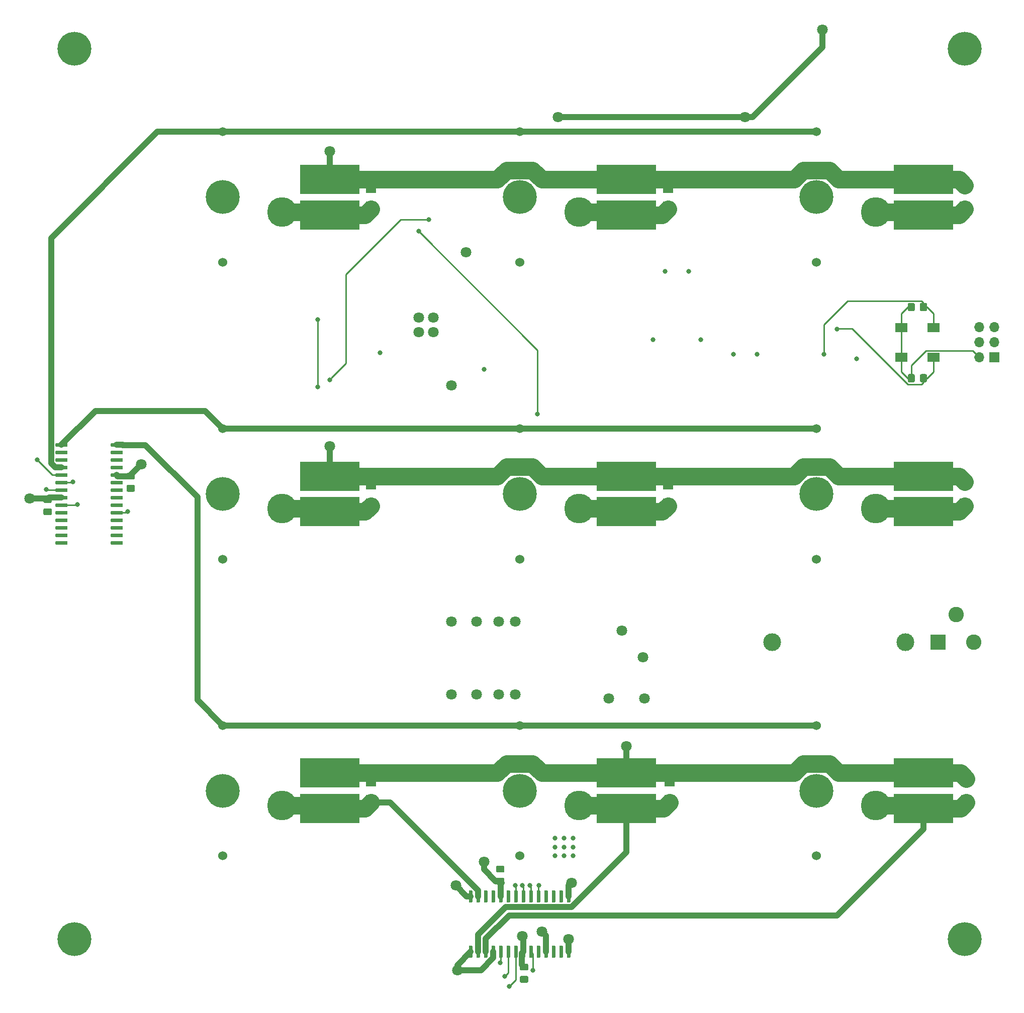
<source format=gbr>
G04 #@! TF.GenerationSoftware,KiCad,Pcbnew,5.1.5*
G04 #@! TF.CreationDate,2020-03-06T12:13:38+01:00*
G04 #@! TF.ProjectId,e-chessboard,652d6368-6573-4736-926f-6172642e6b69,0.1*
G04 #@! TF.SameCoordinates,Original*
G04 #@! TF.FileFunction,Copper,L1,Top*
G04 #@! TF.FilePolarity,Positive*
%FSLAX46Y46*%
G04 Gerber Fmt 4.6, Leading zero omitted, Abs format (unit mm)*
G04 Created by KiCad (PCBNEW 5.1.5) date 2020-03-06 12:13:38*
%MOMM*%
%LPD*%
G04 APERTURE LIST*
%ADD10C,0.100000*%
%ADD11R,1.800000X2.500000*%
%ADD12C,3.000000*%
%ADD13C,5.700000*%
%ADD14R,2.600000X2.600000*%
%ADD15C,2.600000*%
%ADD16R,1.700000X1.700000*%
%ADD17O,1.700000X1.700000*%
%ADD18R,2.000000X1.600000*%
%ADD19C,1.524000*%
%ADD20R,10.000000X5.000000*%
%ADD21C,0.800000*%
%ADD22C,1.800000*%
%ADD23C,5.000000*%
%ADD24C,1.000000*%
%ADD25C,0.250000*%
%ADD26C,3.000000*%
G04 APERTURE END LIST*
G04 #@! TA.AperFunction,SMDPad,CuDef*
D10*
G36*
X203374505Y-102801204D02*
G01*
X203398773Y-102804804D01*
X203422572Y-102810765D01*
X203445671Y-102819030D01*
X203467850Y-102829520D01*
X203488893Y-102842132D01*
X203508599Y-102856747D01*
X203526777Y-102873223D01*
X203543253Y-102891401D01*
X203557868Y-102911107D01*
X203570480Y-102932150D01*
X203580970Y-102954329D01*
X203589235Y-102977428D01*
X203595196Y-103001227D01*
X203598796Y-103025495D01*
X203600000Y-103049999D01*
X203600000Y-103950001D01*
X203598796Y-103974505D01*
X203595196Y-103998773D01*
X203589235Y-104022572D01*
X203580970Y-104045671D01*
X203570480Y-104067850D01*
X203557868Y-104088893D01*
X203543253Y-104108599D01*
X203526777Y-104126777D01*
X203508599Y-104143253D01*
X203488893Y-104157868D01*
X203467850Y-104170480D01*
X203445671Y-104180970D01*
X203422572Y-104189235D01*
X203398773Y-104195196D01*
X203374505Y-104198796D01*
X203350001Y-104200000D01*
X202699999Y-104200000D01*
X202675495Y-104198796D01*
X202651227Y-104195196D01*
X202627428Y-104189235D01*
X202604329Y-104180970D01*
X202582150Y-104170480D01*
X202561107Y-104157868D01*
X202541401Y-104143253D01*
X202523223Y-104126777D01*
X202506747Y-104108599D01*
X202492132Y-104088893D01*
X202479520Y-104067850D01*
X202469030Y-104045671D01*
X202460765Y-104022572D01*
X202454804Y-103998773D01*
X202451204Y-103974505D01*
X202450000Y-103950001D01*
X202450000Y-103049999D01*
X202451204Y-103025495D01*
X202454804Y-103001227D01*
X202460765Y-102977428D01*
X202469030Y-102954329D01*
X202479520Y-102932150D01*
X202492132Y-102911107D01*
X202506747Y-102891401D01*
X202523223Y-102873223D01*
X202541401Y-102856747D01*
X202561107Y-102842132D01*
X202582150Y-102829520D01*
X202604329Y-102819030D01*
X202627428Y-102810765D01*
X202651227Y-102804804D01*
X202675495Y-102801204D01*
X202699999Y-102800000D01*
X203350001Y-102800000D01*
X203374505Y-102801204D01*
G37*
G04 #@! TD.AperFunction*
G04 #@! TA.AperFunction,SMDPad,CuDef*
G36*
X201324505Y-102801204D02*
G01*
X201348773Y-102804804D01*
X201372572Y-102810765D01*
X201395671Y-102819030D01*
X201417850Y-102829520D01*
X201438893Y-102842132D01*
X201458599Y-102856747D01*
X201476777Y-102873223D01*
X201493253Y-102891401D01*
X201507868Y-102911107D01*
X201520480Y-102932150D01*
X201530970Y-102954329D01*
X201539235Y-102977428D01*
X201545196Y-103001227D01*
X201548796Y-103025495D01*
X201550000Y-103049999D01*
X201550000Y-103950001D01*
X201548796Y-103974505D01*
X201545196Y-103998773D01*
X201539235Y-104022572D01*
X201530970Y-104045671D01*
X201520480Y-104067850D01*
X201507868Y-104088893D01*
X201493253Y-104108599D01*
X201476777Y-104126777D01*
X201458599Y-104143253D01*
X201438893Y-104157868D01*
X201417850Y-104170480D01*
X201395671Y-104180970D01*
X201372572Y-104189235D01*
X201348773Y-104195196D01*
X201324505Y-104198796D01*
X201300001Y-104200000D01*
X200649999Y-104200000D01*
X200625495Y-104198796D01*
X200601227Y-104195196D01*
X200577428Y-104189235D01*
X200554329Y-104180970D01*
X200532150Y-104170480D01*
X200511107Y-104157868D01*
X200491401Y-104143253D01*
X200473223Y-104126777D01*
X200456747Y-104108599D01*
X200442132Y-104088893D01*
X200429520Y-104067850D01*
X200419030Y-104045671D01*
X200410765Y-104022572D01*
X200404804Y-103998773D01*
X200401204Y-103974505D01*
X200400000Y-103950001D01*
X200400000Y-103049999D01*
X200401204Y-103025495D01*
X200404804Y-103001227D01*
X200410765Y-102977428D01*
X200419030Y-102954329D01*
X200429520Y-102932150D01*
X200442132Y-102911107D01*
X200456747Y-102891401D01*
X200473223Y-102873223D01*
X200491401Y-102856747D01*
X200511107Y-102842132D01*
X200532150Y-102829520D01*
X200554329Y-102819030D01*
X200577428Y-102810765D01*
X200601227Y-102804804D01*
X200625495Y-102801204D01*
X200649999Y-102800000D01*
X201300001Y-102800000D01*
X201324505Y-102801204D01*
G37*
G04 #@! TD.AperFunction*
G04 #@! TA.AperFunction,SMDPad,CuDef*
G36*
X201324505Y-114801204D02*
G01*
X201348773Y-114804804D01*
X201372572Y-114810765D01*
X201395671Y-114819030D01*
X201417850Y-114829520D01*
X201438893Y-114842132D01*
X201458599Y-114856747D01*
X201476777Y-114873223D01*
X201493253Y-114891401D01*
X201507868Y-114911107D01*
X201520480Y-114932150D01*
X201530970Y-114954329D01*
X201539235Y-114977428D01*
X201545196Y-115001227D01*
X201548796Y-115025495D01*
X201550000Y-115049999D01*
X201550000Y-115950001D01*
X201548796Y-115974505D01*
X201545196Y-115998773D01*
X201539235Y-116022572D01*
X201530970Y-116045671D01*
X201520480Y-116067850D01*
X201507868Y-116088893D01*
X201493253Y-116108599D01*
X201476777Y-116126777D01*
X201458599Y-116143253D01*
X201438893Y-116157868D01*
X201417850Y-116170480D01*
X201395671Y-116180970D01*
X201372572Y-116189235D01*
X201348773Y-116195196D01*
X201324505Y-116198796D01*
X201300001Y-116200000D01*
X200649999Y-116200000D01*
X200625495Y-116198796D01*
X200601227Y-116195196D01*
X200577428Y-116189235D01*
X200554329Y-116180970D01*
X200532150Y-116170480D01*
X200511107Y-116157868D01*
X200491401Y-116143253D01*
X200473223Y-116126777D01*
X200456747Y-116108599D01*
X200442132Y-116088893D01*
X200429520Y-116067850D01*
X200419030Y-116045671D01*
X200410765Y-116022572D01*
X200404804Y-115998773D01*
X200401204Y-115974505D01*
X200400000Y-115950001D01*
X200400000Y-115049999D01*
X200401204Y-115025495D01*
X200404804Y-115001227D01*
X200410765Y-114977428D01*
X200419030Y-114954329D01*
X200429520Y-114932150D01*
X200442132Y-114911107D01*
X200456747Y-114891401D01*
X200473223Y-114873223D01*
X200491401Y-114856747D01*
X200511107Y-114842132D01*
X200532150Y-114829520D01*
X200554329Y-114819030D01*
X200577428Y-114810765D01*
X200601227Y-114804804D01*
X200625495Y-114801204D01*
X200649999Y-114800000D01*
X201300001Y-114800000D01*
X201324505Y-114801204D01*
G37*
G04 #@! TD.AperFunction*
G04 #@! TA.AperFunction,SMDPad,CuDef*
G36*
X203374505Y-114801204D02*
G01*
X203398773Y-114804804D01*
X203422572Y-114810765D01*
X203445671Y-114819030D01*
X203467850Y-114829520D01*
X203488893Y-114842132D01*
X203508599Y-114856747D01*
X203526777Y-114873223D01*
X203543253Y-114891401D01*
X203557868Y-114911107D01*
X203570480Y-114932150D01*
X203580970Y-114954329D01*
X203589235Y-114977428D01*
X203595196Y-115001227D01*
X203598796Y-115025495D01*
X203600000Y-115049999D01*
X203600000Y-115950001D01*
X203598796Y-115974505D01*
X203595196Y-115998773D01*
X203589235Y-116022572D01*
X203580970Y-116045671D01*
X203570480Y-116067850D01*
X203557868Y-116088893D01*
X203543253Y-116108599D01*
X203526777Y-116126777D01*
X203508599Y-116143253D01*
X203488893Y-116157868D01*
X203467850Y-116170480D01*
X203445671Y-116180970D01*
X203422572Y-116189235D01*
X203398773Y-116195196D01*
X203374505Y-116198796D01*
X203350001Y-116200000D01*
X202699999Y-116200000D01*
X202675495Y-116198796D01*
X202651227Y-116195196D01*
X202627428Y-116189235D01*
X202604329Y-116180970D01*
X202582150Y-116170480D01*
X202561107Y-116157868D01*
X202541401Y-116143253D01*
X202523223Y-116126777D01*
X202506747Y-116108599D01*
X202492132Y-116088893D01*
X202479520Y-116067850D01*
X202469030Y-116045671D01*
X202460765Y-116022572D01*
X202454804Y-115998773D01*
X202451204Y-115974505D01*
X202450000Y-115950001D01*
X202450000Y-115049999D01*
X202451204Y-115025495D01*
X202454804Y-115001227D01*
X202460765Y-114977428D01*
X202469030Y-114954329D01*
X202479520Y-114932150D01*
X202492132Y-114911107D01*
X202506747Y-114891401D01*
X202523223Y-114873223D01*
X202541401Y-114856747D01*
X202561107Y-114842132D01*
X202582150Y-114829520D01*
X202604329Y-114819030D01*
X202627428Y-114810765D01*
X202651227Y-114804804D01*
X202675495Y-114801204D01*
X202699999Y-114800000D01*
X203350001Y-114800000D01*
X203374505Y-114801204D01*
G37*
G04 #@! TD.AperFunction*
G04 #@! TA.AperFunction,SMDPad,CuDef*
G36*
X136224505Y-216201204D02*
G01*
X136248773Y-216204804D01*
X136272572Y-216210765D01*
X136295671Y-216219030D01*
X136317850Y-216229520D01*
X136338893Y-216242132D01*
X136358599Y-216256747D01*
X136376777Y-216273223D01*
X136393253Y-216291401D01*
X136407868Y-216311107D01*
X136420480Y-216332150D01*
X136430970Y-216354329D01*
X136439235Y-216377428D01*
X136445196Y-216401227D01*
X136448796Y-216425495D01*
X136450000Y-216449999D01*
X136450000Y-217100001D01*
X136448796Y-217124505D01*
X136445196Y-217148773D01*
X136439235Y-217172572D01*
X136430970Y-217195671D01*
X136420480Y-217217850D01*
X136407868Y-217238893D01*
X136393253Y-217258599D01*
X136376777Y-217276777D01*
X136358599Y-217293253D01*
X136338893Y-217307868D01*
X136317850Y-217320480D01*
X136295671Y-217330970D01*
X136272572Y-217339235D01*
X136248773Y-217345196D01*
X136224505Y-217348796D01*
X136200001Y-217350000D01*
X135299999Y-217350000D01*
X135275495Y-217348796D01*
X135251227Y-217345196D01*
X135227428Y-217339235D01*
X135204329Y-217330970D01*
X135182150Y-217320480D01*
X135161107Y-217307868D01*
X135141401Y-217293253D01*
X135123223Y-217276777D01*
X135106747Y-217258599D01*
X135092132Y-217238893D01*
X135079520Y-217217850D01*
X135069030Y-217195671D01*
X135060765Y-217172572D01*
X135054804Y-217148773D01*
X135051204Y-217124505D01*
X135050000Y-217100001D01*
X135050000Y-216449999D01*
X135051204Y-216425495D01*
X135054804Y-216401227D01*
X135060765Y-216377428D01*
X135069030Y-216354329D01*
X135079520Y-216332150D01*
X135092132Y-216311107D01*
X135106747Y-216291401D01*
X135123223Y-216273223D01*
X135141401Y-216256747D01*
X135161107Y-216242132D01*
X135182150Y-216229520D01*
X135204329Y-216219030D01*
X135227428Y-216210765D01*
X135251227Y-216204804D01*
X135275495Y-216201204D01*
X135299999Y-216200000D01*
X136200001Y-216200000D01*
X136224505Y-216201204D01*
G37*
G04 #@! TD.AperFunction*
G04 #@! TA.AperFunction,SMDPad,CuDef*
G36*
X136224505Y-214151204D02*
G01*
X136248773Y-214154804D01*
X136272572Y-214160765D01*
X136295671Y-214169030D01*
X136317850Y-214179520D01*
X136338893Y-214192132D01*
X136358599Y-214206747D01*
X136376777Y-214223223D01*
X136393253Y-214241401D01*
X136407868Y-214261107D01*
X136420480Y-214282150D01*
X136430970Y-214304329D01*
X136439235Y-214327428D01*
X136445196Y-214351227D01*
X136448796Y-214375495D01*
X136450000Y-214399999D01*
X136450000Y-215050001D01*
X136448796Y-215074505D01*
X136445196Y-215098773D01*
X136439235Y-215122572D01*
X136430970Y-215145671D01*
X136420480Y-215167850D01*
X136407868Y-215188893D01*
X136393253Y-215208599D01*
X136376777Y-215226777D01*
X136358599Y-215243253D01*
X136338893Y-215257868D01*
X136317850Y-215270480D01*
X136295671Y-215280970D01*
X136272572Y-215289235D01*
X136248773Y-215295196D01*
X136224505Y-215298796D01*
X136200001Y-215300000D01*
X135299999Y-215300000D01*
X135275495Y-215298796D01*
X135251227Y-215295196D01*
X135227428Y-215289235D01*
X135204329Y-215280970D01*
X135182150Y-215270480D01*
X135161107Y-215257868D01*
X135141401Y-215243253D01*
X135123223Y-215226777D01*
X135106747Y-215208599D01*
X135092132Y-215188893D01*
X135079520Y-215167850D01*
X135069030Y-215145671D01*
X135060765Y-215122572D01*
X135054804Y-215098773D01*
X135051204Y-215074505D01*
X135050000Y-215050001D01*
X135050000Y-214399999D01*
X135051204Y-214375495D01*
X135054804Y-214351227D01*
X135060765Y-214327428D01*
X135069030Y-214304329D01*
X135079520Y-214282150D01*
X135092132Y-214261107D01*
X135106747Y-214241401D01*
X135123223Y-214223223D01*
X135141401Y-214206747D01*
X135161107Y-214192132D01*
X135182150Y-214179520D01*
X135204329Y-214169030D01*
X135227428Y-214160765D01*
X135251227Y-214154804D01*
X135275495Y-214151204D01*
X135299999Y-214150000D01*
X136200001Y-214150000D01*
X136224505Y-214151204D01*
G37*
G04 #@! TD.AperFunction*
G04 #@! TA.AperFunction,SMDPad,CuDef*
G36*
X132224505Y-199701204D02*
G01*
X132248773Y-199704804D01*
X132272572Y-199710765D01*
X132295671Y-199719030D01*
X132317850Y-199729520D01*
X132338893Y-199742132D01*
X132358599Y-199756747D01*
X132376777Y-199773223D01*
X132393253Y-199791401D01*
X132407868Y-199811107D01*
X132420480Y-199832150D01*
X132430970Y-199854329D01*
X132439235Y-199877428D01*
X132445196Y-199901227D01*
X132448796Y-199925495D01*
X132450000Y-199949999D01*
X132450000Y-200600001D01*
X132448796Y-200624505D01*
X132445196Y-200648773D01*
X132439235Y-200672572D01*
X132430970Y-200695671D01*
X132420480Y-200717850D01*
X132407868Y-200738893D01*
X132393253Y-200758599D01*
X132376777Y-200776777D01*
X132358599Y-200793253D01*
X132338893Y-200807868D01*
X132317850Y-200820480D01*
X132295671Y-200830970D01*
X132272572Y-200839235D01*
X132248773Y-200845196D01*
X132224505Y-200848796D01*
X132200001Y-200850000D01*
X131299999Y-200850000D01*
X131275495Y-200848796D01*
X131251227Y-200845196D01*
X131227428Y-200839235D01*
X131204329Y-200830970D01*
X131182150Y-200820480D01*
X131161107Y-200807868D01*
X131141401Y-200793253D01*
X131123223Y-200776777D01*
X131106747Y-200758599D01*
X131092132Y-200738893D01*
X131079520Y-200717850D01*
X131069030Y-200695671D01*
X131060765Y-200672572D01*
X131054804Y-200648773D01*
X131051204Y-200624505D01*
X131050000Y-200600001D01*
X131050000Y-199949999D01*
X131051204Y-199925495D01*
X131054804Y-199901227D01*
X131060765Y-199877428D01*
X131069030Y-199854329D01*
X131079520Y-199832150D01*
X131092132Y-199811107D01*
X131106747Y-199791401D01*
X131123223Y-199773223D01*
X131141401Y-199756747D01*
X131161107Y-199742132D01*
X131182150Y-199729520D01*
X131204329Y-199719030D01*
X131227428Y-199710765D01*
X131251227Y-199704804D01*
X131275495Y-199701204D01*
X131299999Y-199700000D01*
X132200001Y-199700000D01*
X132224505Y-199701204D01*
G37*
G04 #@! TD.AperFunction*
G04 #@! TA.AperFunction,SMDPad,CuDef*
G36*
X132224505Y-197651204D02*
G01*
X132248773Y-197654804D01*
X132272572Y-197660765D01*
X132295671Y-197669030D01*
X132317850Y-197679520D01*
X132338893Y-197692132D01*
X132358599Y-197706747D01*
X132376777Y-197723223D01*
X132393253Y-197741401D01*
X132407868Y-197761107D01*
X132420480Y-197782150D01*
X132430970Y-197804329D01*
X132439235Y-197827428D01*
X132445196Y-197851227D01*
X132448796Y-197875495D01*
X132450000Y-197899999D01*
X132450000Y-198550001D01*
X132448796Y-198574505D01*
X132445196Y-198598773D01*
X132439235Y-198622572D01*
X132430970Y-198645671D01*
X132420480Y-198667850D01*
X132407868Y-198688893D01*
X132393253Y-198708599D01*
X132376777Y-198726777D01*
X132358599Y-198743253D01*
X132338893Y-198757868D01*
X132317850Y-198770480D01*
X132295671Y-198780970D01*
X132272572Y-198789235D01*
X132248773Y-198795196D01*
X132224505Y-198798796D01*
X132200001Y-198800000D01*
X131299999Y-198800000D01*
X131275495Y-198798796D01*
X131251227Y-198795196D01*
X131227428Y-198789235D01*
X131204329Y-198780970D01*
X131182150Y-198770480D01*
X131161107Y-198757868D01*
X131141401Y-198743253D01*
X131123223Y-198726777D01*
X131106747Y-198708599D01*
X131092132Y-198688893D01*
X131079520Y-198667850D01*
X131069030Y-198645671D01*
X131060765Y-198622572D01*
X131054804Y-198598773D01*
X131051204Y-198574505D01*
X131050000Y-198550001D01*
X131050000Y-197899999D01*
X131051204Y-197875495D01*
X131054804Y-197851227D01*
X131060765Y-197827428D01*
X131069030Y-197804329D01*
X131079520Y-197782150D01*
X131092132Y-197761107D01*
X131106747Y-197741401D01*
X131123223Y-197723223D01*
X131141401Y-197706747D01*
X131161107Y-197692132D01*
X131182150Y-197679520D01*
X131204329Y-197669030D01*
X131227428Y-197660765D01*
X131251227Y-197654804D01*
X131275495Y-197651204D01*
X131299999Y-197650000D01*
X132200001Y-197650000D01*
X132224505Y-197651204D01*
G37*
G04 #@! TD.AperFunction*
G04 #@! TA.AperFunction,SMDPad,CuDef*
G36*
X55974505Y-137426204D02*
G01*
X55998773Y-137429804D01*
X56022572Y-137435765D01*
X56045671Y-137444030D01*
X56067850Y-137454520D01*
X56088893Y-137467132D01*
X56108599Y-137481747D01*
X56126777Y-137498223D01*
X56143253Y-137516401D01*
X56157868Y-137536107D01*
X56170480Y-137557150D01*
X56180970Y-137579329D01*
X56189235Y-137602428D01*
X56195196Y-137626227D01*
X56198796Y-137650495D01*
X56200000Y-137674999D01*
X56200000Y-138325001D01*
X56198796Y-138349505D01*
X56195196Y-138373773D01*
X56189235Y-138397572D01*
X56180970Y-138420671D01*
X56170480Y-138442850D01*
X56157868Y-138463893D01*
X56143253Y-138483599D01*
X56126777Y-138501777D01*
X56108599Y-138518253D01*
X56088893Y-138532868D01*
X56067850Y-138545480D01*
X56045671Y-138555970D01*
X56022572Y-138564235D01*
X55998773Y-138570196D01*
X55974505Y-138573796D01*
X55950001Y-138575000D01*
X55049999Y-138575000D01*
X55025495Y-138573796D01*
X55001227Y-138570196D01*
X54977428Y-138564235D01*
X54954329Y-138555970D01*
X54932150Y-138545480D01*
X54911107Y-138532868D01*
X54891401Y-138518253D01*
X54873223Y-138501777D01*
X54856747Y-138483599D01*
X54842132Y-138463893D01*
X54829520Y-138442850D01*
X54819030Y-138420671D01*
X54810765Y-138397572D01*
X54804804Y-138373773D01*
X54801204Y-138349505D01*
X54800000Y-138325001D01*
X54800000Y-137674999D01*
X54801204Y-137650495D01*
X54804804Y-137626227D01*
X54810765Y-137602428D01*
X54819030Y-137579329D01*
X54829520Y-137557150D01*
X54842132Y-137536107D01*
X54856747Y-137516401D01*
X54873223Y-137498223D01*
X54891401Y-137481747D01*
X54911107Y-137467132D01*
X54932150Y-137454520D01*
X54954329Y-137444030D01*
X54977428Y-137435765D01*
X55001227Y-137429804D01*
X55025495Y-137426204D01*
X55049999Y-137425000D01*
X55950001Y-137425000D01*
X55974505Y-137426204D01*
G37*
G04 #@! TD.AperFunction*
G04 #@! TA.AperFunction,SMDPad,CuDef*
G36*
X55974505Y-135376204D02*
G01*
X55998773Y-135379804D01*
X56022572Y-135385765D01*
X56045671Y-135394030D01*
X56067850Y-135404520D01*
X56088893Y-135417132D01*
X56108599Y-135431747D01*
X56126777Y-135448223D01*
X56143253Y-135466401D01*
X56157868Y-135486107D01*
X56170480Y-135507150D01*
X56180970Y-135529329D01*
X56189235Y-135552428D01*
X56195196Y-135576227D01*
X56198796Y-135600495D01*
X56200000Y-135624999D01*
X56200000Y-136275001D01*
X56198796Y-136299505D01*
X56195196Y-136323773D01*
X56189235Y-136347572D01*
X56180970Y-136370671D01*
X56170480Y-136392850D01*
X56157868Y-136413893D01*
X56143253Y-136433599D01*
X56126777Y-136451777D01*
X56108599Y-136468253D01*
X56088893Y-136482868D01*
X56067850Y-136495480D01*
X56045671Y-136505970D01*
X56022572Y-136514235D01*
X55998773Y-136520196D01*
X55974505Y-136523796D01*
X55950001Y-136525000D01*
X55049999Y-136525000D01*
X55025495Y-136523796D01*
X55001227Y-136520196D01*
X54977428Y-136514235D01*
X54954329Y-136505970D01*
X54932150Y-136495480D01*
X54911107Y-136482868D01*
X54891401Y-136468253D01*
X54873223Y-136451777D01*
X54856747Y-136433599D01*
X54842132Y-136413893D01*
X54829520Y-136392850D01*
X54819030Y-136370671D01*
X54810765Y-136347572D01*
X54804804Y-136323773D01*
X54801204Y-136299505D01*
X54800000Y-136275001D01*
X54800000Y-135624999D01*
X54801204Y-135600495D01*
X54804804Y-135576227D01*
X54810765Y-135552428D01*
X54819030Y-135529329D01*
X54829520Y-135507150D01*
X54842132Y-135486107D01*
X54856747Y-135466401D01*
X54873223Y-135448223D01*
X54891401Y-135431747D01*
X54911107Y-135417132D01*
X54932150Y-135404520D01*
X54954329Y-135394030D01*
X54977428Y-135385765D01*
X55001227Y-135379804D01*
X55025495Y-135376204D01*
X55049999Y-135375000D01*
X55950001Y-135375000D01*
X55974505Y-135376204D01*
G37*
G04 #@! TD.AperFunction*
G04 #@! TA.AperFunction,SMDPad,CuDef*
G36*
X69974505Y-131426204D02*
G01*
X69998773Y-131429804D01*
X70022572Y-131435765D01*
X70045671Y-131444030D01*
X70067850Y-131454520D01*
X70088893Y-131467132D01*
X70108599Y-131481747D01*
X70126777Y-131498223D01*
X70143253Y-131516401D01*
X70157868Y-131536107D01*
X70170480Y-131557150D01*
X70180970Y-131579329D01*
X70189235Y-131602428D01*
X70195196Y-131626227D01*
X70198796Y-131650495D01*
X70200000Y-131674999D01*
X70200000Y-132325001D01*
X70198796Y-132349505D01*
X70195196Y-132373773D01*
X70189235Y-132397572D01*
X70180970Y-132420671D01*
X70170480Y-132442850D01*
X70157868Y-132463893D01*
X70143253Y-132483599D01*
X70126777Y-132501777D01*
X70108599Y-132518253D01*
X70088893Y-132532868D01*
X70067850Y-132545480D01*
X70045671Y-132555970D01*
X70022572Y-132564235D01*
X69998773Y-132570196D01*
X69974505Y-132573796D01*
X69950001Y-132575000D01*
X69049999Y-132575000D01*
X69025495Y-132573796D01*
X69001227Y-132570196D01*
X68977428Y-132564235D01*
X68954329Y-132555970D01*
X68932150Y-132545480D01*
X68911107Y-132532868D01*
X68891401Y-132518253D01*
X68873223Y-132501777D01*
X68856747Y-132483599D01*
X68842132Y-132463893D01*
X68829520Y-132442850D01*
X68819030Y-132420671D01*
X68810765Y-132397572D01*
X68804804Y-132373773D01*
X68801204Y-132349505D01*
X68800000Y-132325001D01*
X68800000Y-131674999D01*
X68801204Y-131650495D01*
X68804804Y-131626227D01*
X68810765Y-131602428D01*
X68819030Y-131579329D01*
X68829520Y-131557150D01*
X68842132Y-131536107D01*
X68856747Y-131516401D01*
X68873223Y-131498223D01*
X68891401Y-131481747D01*
X68911107Y-131467132D01*
X68932150Y-131454520D01*
X68954329Y-131444030D01*
X68977428Y-131435765D01*
X69001227Y-131429804D01*
X69025495Y-131426204D01*
X69049999Y-131425000D01*
X69950001Y-131425000D01*
X69974505Y-131426204D01*
G37*
G04 #@! TD.AperFunction*
G04 #@! TA.AperFunction,SMDPad,CuDef*
G36*
X69974505Y-133476204D02*
G01*
X69998773Y-133479804D01*
X70022572Y-133485765D01*
X70045671Y-133494030D01*
X70067850Y-133504520D01*
X70088893Y-133517132D01*
X70108599Y-133531747D01*
X70126777Y-133548223D01*
X70143253Y-133566401D01*
X70157868Y-133586107D01*
X70170480Y-133607150D01*
X70180970Y-133629329D01*
X70189235Y-133652428D01*
X70195196Y-133676227D01*
X70198796Y-133700495D01*
X70200000Y-133724999D01*
X70200000Y-134375001D01*
X70198796Y-134399505D01*
X70195196Y-134423773D01*
X70189235Y-134447572D01*
X70180970Y-134470671D01*
X70170480Y-134492850D01*
X70157868Y-134513893D01*
X70143253Y-134533599D01*
X70126777Y-134551777D01*
X70108599Y-134568253D01*
X70088893Y-134582868D01*
X70067850Y-134595480D01*
X70045671Y-134605970D01*
X70022572Y-134614235D01*
X69998773Y-134620196D01*
X69974505Y-134623796D01*
X69950001Y-134625000D01*
X69049999Y-134625000D01*
X69025495Y-134623796D01*
X69001227Y-134620196D01*
X68977428Y-134614235D01*
X68954329Y-134605970D01*
X68932150Y-134595480D01*
X68911107Y-134582868D01*
X68891401Y-134568253D01*
X68873223Y-134551777D01*
X68856747Y-134533599D01*
X68842132Y-134513893D01*
X68829520Y-134492850D01*
X68819030Y-134470671D01*
X68810765Y-134447572D01*
X68804804Y-134423773D01*
X68801204Y-134399505D01*
X68800000Y-134375001D01*
X68800000Y-133724999D01*
X68801204Y-133700495D01*
X68804804Y-133676227D01*
X68810765Y-133652428D01*
X68819030Y-133629329D01*
X68829520Y-133607150D01*
X68842132Y-133586107D01*
X68856747Y-133566401D01*
X68873223Y-133548223D01*
X68891401Y-133531747D01*
X68911107Y-133517132D01*
X68932150Y-133504520D01*
X68954329Y-133494030D01*
X68977428Y-133485765D01*
X69001227Y-133479804D01*
X69025495Y-133476204D01*
X69049999Y-133475000D01*
X69950001Y-133475000D01*
X69974505Y-133476204D01*
G37*
G04 #@! TD.AperFunction*
D11*
X110000000Y-83000000D03*
X110000000Y-87000000D03*
X110000000Y-137000000D03*
X110000000Y-133000000D03*
X110000000Y-187000000D03*
X110000000Y-183000000D03*
X160000000Y-87000000D03*
X160000000Y-83000000D03*
X160000000Y-133000000D03*
X160000000Y-137000000D03*
X160250000Y-183000000D03*
X160250000Y-187000000D03*
X210000000Y-83000000D03*
X210000000Y-87000000D03*
X210000000Y-137000000D03*
X210000000Y-133000000D03*
X210250000Y-187000000D03*
X210250000Y-183000000D03*
D12*
X177500000Y-160000000D03*
X200000000Y-160000000D03*
D13*
X60000000Y-60000000D03*
X210000000Y-60000000D03*
X60000000Y-210000000D03*
X210000000Y-210000000D03*
D14*
X205500000Y-160000000D03*
D15*
X211500000Y-160000000D03*
X208500000Y-155300000D03*
D16*
X215000000Y-112000000D03*
D17*
X212460000Y-112000000D03*
X215000000Y-109460000D03*
X212460000Y-109460000D03*
X215000000Y-106920000D03*
X212460000Y-106920000D03*
D18*
X204700000Y-107000000D03*
X199300000Y-107000000D03*
X199300000Y-112000000D03*
X204700000Y-112000000D03*
G04 #@! TA.AperFunction,SMDPad,CuDef*
D10*
G36*
X126909703Y-211125722D02*
G01*
X126924264Y-211127882D01*
X126938543Y-211131459D01*
X126952403Y-211136418D01*
X126965710Y-211142712D01*
X126978336Y-211150280D01*
X126990159Y-211159048D01*
X127001066Y-211168934D01*
X127010952Y-211179841D01*
X127019720Y-211191664D01*
X127027288Y-211204290D01*
X127033582Y-211217597D01*
X127038541Y-211231457D01*
X127042118Y-211245736D01*
X127044278Y-211260297D01*
X127045000Y-211275000D01*
X127045000Y-213025000D01*
X127044278Y-213039703D01*
X127042118Y-213054264D01*
X127038541Y-213068543D01*
X127033582Y-213082403D01*
X127027288Y-213095710D01*
X127019720Y-213108336D01*
X127010952Y-213120159D01*
X127001066Y-213131066D01*
X126990159Y-213140952D01*
X126978336Y-213149720D01*
X126965710Y-213157288D01*
X126952403Y-213163582D01*
X126938543Y-213168541D01*
X126924264Y-213172118D01*
X126909703Y-213174278D01*
X126895000Y-213175000D01*
X126595000Y-213175000D01*
X126580297Y-213174278D01*
X126565736Y-213172118D01*
X126551457Y-213168541D01*
X126537597Y-213163582D01*
X126524290Y-213157288D01*
X126511664Y-213149720D01*
X126499841Y-213140952D01*
X126488934Y-213131066D01*
X126479048Y-213120159D01*
X126470280Y-213108336D01*
X126462712Y-213095710D01*
X126456418Y-213082403D01*
X126451459Y-213068543D01*
X126447882Y-213054264D01*
X126445722Y-213039703D01*
X126445000Y-213025000D01*
X126445000Y-211275000D01*
X126445722Y-211260297D01*
X126447882Y-211245736D01*
X126451459Y-211231457D01*
X126456418Y-211217597D01*
X126462712Y-211204290D01*
X126470280Y-211191664D01*
X126479048Y-211179841D01*
X126488934Y-211168934D01*
X126499841Y-211159048D01*
X126511664Y-211150280D01*
X126524290Y-211142712D01*
X126537597Y-211136418D01*
X126551457Y-211131459D01*
X126565736Y-211127882D01*
X126580297Y-211125722D01*
X126595000Y-211125000D01*
X126895000Y-211125000D01*
X126909703Y-211125722D01*
G37*
G04 #@! TD.AperFunction*
G04 #@! TA.AperFunction,SMDPad,CuDef*
G36*
X128179703Y-211125722D02*
G01*
X128194264Y-211127882D01*
X128208543Y-211131459D01*
X128222403Y-211136418D01*
X128235710Y-211142712D01*
X128248336Y-211150280D01*
X128260159Y-211159048D01*
X128271066Y-211168934D01*
X128280952Y-211179841D01*
X128289720Y-211191664D01*
X128297288Y-211204290D01*
X128303582Y-211217597D01*
X128308541Y-211231457D01*
X128312118Y-211245736D01*
X128314278Y-211260297D01*
X128315000Y-211275000D01*
X128315000Y-213025000D01*
X128314278Y-213039703D01*
X128312118Y-213054264D01*
X128308541Y-213068543D01*
X128303582Y-213082403D01*
X128297288Y-213095710D01*
X128289720Y-213108336D01*
X128280952Y-213120159D01*
X128271066Y-213131066D01*
X128260159Y-213140952D01*
X128248336Y-213149720D01*
X128235710Y-213157288D01*
X128222403Y-213163582D01*
X128208543Y-213168541D01*
X128194264Y-213172118D01*
X128179703Y-213174278D01*
X128165000Y-213175000D01*
X127865000Y-213175000D01*
X127850297Y-213174278D01*
X127835736Y-213172118D01*
X127821457Y-213168541D01*
X127807597Y-213163582D01*
X127794290Y-213157288D01*
X127781664Y-213149720D01*
X127769841Y-213140952D01*
X127758934Y-213131066D01*
X127749048Y-213120159D01*
X127740280Y-213108336D01*
X127732712Y-213095710D01*
X127726418Y-213082403D01*
X127721459Y-213068543D01*
X127717882Y-213054264D01*
X127715722Y-213039703D01*
X127715000Y-213025000D01*
X127715000Y-211275000D01*
X127715722Y-211260297D01*
X127717882Y-211245736D01*
X127721459Y-211231457D01*
X127726418Y-211217597D01*
X127732712Y-211204290D01*
X127740280Y-211191664D01*
X127749048Y-211179841D01*
X127758934Y-211168934D01*
X127769841Y-211159048D01*
X127781664Y-211150280D01*
X127794290Y-211142712D01*
X127807597Y-211136418D01*
X127821457Y-211131459D01*
X127835736Y-211127882D01*
X127850297Y-211125722D01*
X127865000Y-211125000D01*
X128165000Y-211125000D01*
X128179703Y-211125722D01*
G37*
G04 #@! TD.AperFunction*
G04 #@! TA.AperFunction,SMDPad,CuDef*
G36*
X129449703Y-211125722D02*
G01*
X129464264Y-211127882D01*
X129478543Y-211131459D01*
X129492403Y-211136418D01*
X129505710Y-211142712D01*
X129518336Y-211150280D01*
X129530159Y-211159048D01*
X129541066Y-211168934D01*
X129550952Y-211179841D01*
X129559720Y-211191664D01*
X129567288Y-211204290D01*
X129573582Y-211217597D01*
X129578541Y-211231457D01*
X129582118Y-211245736D01*
X129584278Y-211260297D01*
X129585000Y-211275000D01*
X129585000Y-213025000D01*
X129584278Y-213039703D01*
X129582118Y-213054264D01*
X129578541Y-213068543D01*
X129573582Y-213082403D01*
X129567288Y-213095710D01*
X129559720Y-213108336D01*
X129550952Y-213120159D01*
X129541066Y-213131066D01*
X129530159Y-213140952D01*
X129518336Y-213149720D01*
X129505710Y-213157288D01*
X129492403Y-213163582D01*
X129478543Y-213168541D01*
X129464264Y-213172118D01*
X129449703Y-213174278D01*
X129435000Y-213175000D01*
X129135000Y-213175000D01*
X129120297Y-213174278D01*
X129105736Y-213172118D01*
X129091457Y-213168541D01*
X129077597Y-213163582D01*
X129064290Y-213157288D01*
X129051664Y-213149720D01*
X129039841Y-213140952D01*
X129028934Y-213131066D01*
X129019048Y-213120159D01*
X129010280Y-213108336D01*
X129002712Y-213095710D01*
X128996418Y-213082403D01*
X128991459Y-213068543D01*
X128987882Y-213054264D01*
X128985722Y-213039703D01*
X128985000Y-213025000D01*
X128985000Y-211275000D01*
X128985722Y-211260297D01*
X128987882Y-211245736D01*
X128991459Y-211231457D01*
X128996418Y-211217597D01*
X129002712Y-211204290D01*
X129010280Y-211191664D01*
X129019048Y-211179841D01*
X129028934Y-211168934D01*
X129039841Y-211159048D01*
X129051664Y-211150280D01*
X129064290Y-211142712D01*
X129077597Y-211136418D01*
X129091457Y-211131459D01*
X129105736Y-211127882D01*
X129120297Y-211125722D01*
X129135000Y-211125000D01*
X129435000Y-211125000D01*
X129449703Y-211125722D01*
G37*
G04 #@! TD.AperFunction*
G04 #@! TA.AperFunction,SMDPad,CuDef*
G36*
X130719703Y-211125722D02*
G01*
X130734264Y-211127882D01*
X130748543Y-211131459D01*
X130762403Y-211136418D01*
X130775710Y-211142712D01*
X130788336Y-211150280D01*
X130800159Y-211159048D01*
X130811066Y-211168934D01*
X130820952Y-211179841D01*
X130829720Y-211191664D01*
X130837288Y-211204290D01*
X130843582Y-211217597D01*
X130848541Y-211231457D01*
X130852118Y-211245736D01*
X130854278Y-211260297D01*
X130855000Y-211275000D01*
X130855000Y-213025000D01*
X130854278Y-213039703D01*
X130852118Y-213054264D01*
X130848541Y-213068543D01*
X130843582Y-213082403D01*
X130837288Y-213095710D01*
X130829720Y-213108336D01*
X130820952Y-213120159D01*
X130811066Y-213131066D01*
X130800159Y-213140952D01*
X130788336Y-213149720D01*
X130775710Y-213157288D01*
X130762403Y-213163582D01*
X130748543Y-213168541D01*
X130734264Y-213172118D01*
X130719703Y-213174278D01*
X130705000Y-213175000D01*
X130405000Y-213175000D01*
X130390297Y-213174278D01*
X130375736Y-213172118D01*
X130361457Y-213168541D01*
X130347597Y-213163582D01*
X130334290Y-213157288D01*
X130321664Y-213149720D01*
X130309841Y-213140952D01*
X130298934Y-213131066D01*
X130289048Y-213120159D01*
X130280280Y-213108336D01*
X130272712Y-213095710D01*
X130266418Y-213082403D01*
X130261459Y-213068543D01*
X130257882Y-213054264D01*
X130255722Y-213039703D01*
X130255000Y-213025000D01*
X130255000Y-211275000D01*
X130255722Y-211260297D01*
X130257882Y-211245736D01*
X130261459Y-211231457D01*
X130266418Y-211217597D01*
X130272712Y-211204290D01*
X130280280Y-211191664D01*
X130289048Y-211179841D01*
X130298934Y-211168934D01*
X130309841Y-211159048D01*
X130321664Y-211150280D01*
X130334290Y-211142712D01*
X130347597Y-211136418D01*
X130361457Y-211131459D01*
X130375736Y-211127882D01*
X130390297Y-211125722D01*
X130405000Y-211125000D01*
X130705000Y-211125000D01*
X130719703Y-211125722D01*
G37*
G04 #@! TD.AperFunction*
G04 #@! TA.AperFunction,SMDPad,CuDef*
G36*
X131989703Y-211125722D02*
G01*
X132004264Y-211127882D01*
X132018543Y-211131459D01*
X132032403Y-211136418D01*
X132045710Y-211142712D01*
X132058336Y-211150280D01*
X132070159Y-211159048D01*
X132081066Y-211168934D01*
X132090952Y-211179841D01*
X132099720Y-211191664D01*
X132107288Y-211204290D01*
X132113582Y-211217597D01*
X132118541Y-211231457D01*
X132122118Y-211245736D01*
X132124278Y-211260297D01*
X132125000Y-211275000D01*
X132125000Y-213025000D01*
X132124278Y-213039703D01*
X132122118Y-213054264D01*
X132118541Y-213068543D01*
X132113582Y-213082403D01*
X132107288Y-213095710D01*
X132099720Y-213108336D01*
X132090952Y-213120159D01*
X132081066Y-213131066D01*
X132070159Y-213140952D01*
X132058336Y-213149720D01*
X132045710Y-213157288D01*
X132032403Y-213163582D01*
X132018543Y-213168541D01*
X132004264Y-213172118D01*
X131989703Y-213174278D01*
X131975000Y-213175000D01*
X131675000Y-213175000D01*
X131660297Y-213174278D01*
X131645736Y-213172118D01*
X131631457Y-213168541D01*
X131617597Y-213163582D01*
X131604290Y-213157288D01*
X131591664Y-213149720D01*
X131579841Y-213140952D01*
X131568934Y-213131066D01*
X131559048Y-213120159D01*
X131550280Y-213108336D01*
X131542712Y-213095710D01*
X131536418Y-213082403D01*
X131531459Y-213068543D01*
X131527882Y-213054264D01*
X131525722Y-213039703D01*
X131525000Y-213025000D01*
X131525000Y-211275000D01*
X131525722Y-211260297D01*
X131527882Y-211245736D01*
X131531459Y-211231457D01*
X131536418Y-211217597D01*
X131542712Y-211204290D01*
X131550280Y-211191664D01*
X131559048Y-211179841D01*
X131568934Y-211168934D01*
X131579841Y-211159048D01*
X131591664Y-211150280D01*
X131604290Y-211142712D01*
X131617597Y-211136418D01*
X131631457Y-211131459D01*
X131645736Y-211127882D01*
X131660297Y-211125722D01*
X131675000Y-211125000D01*
X131975000Y-211125000D01*
X131989703Y-211125722D01*
G37*
G04 #@! TD.AperFunction*
G04 #@! TA.AperFunction,SMDPad,CuDef*
G36*
X133259703Y-211125722D02*
G01*
X133274264Y-211127882D01*
X133288543Y-211131459D01*
X133302403Y-211136418D01*
X133315710Y-211142712D01*
X133328336Y-211150280D01*
X133340159Y-211159048D01*
X133351066Y-211168934D01*
X133360952Y-211179841D01*
X133369720Y-211191664D01*
X133377288Y-211204290D01*
X133383582Y-211217597D01*
X133388541Y-211231457D01*
X133392118Y-211245736D01*
X133394278Y-211260297D01*
X133395000Y-211275000D01*
X133395000Y-213025000D01*
X133394278Y-213039703D01*
X133392118Y-213054264D01*
X133388541Y-213068543D01*
X133383582Y-213082403D01*
X133377288Y-213095710D01*
X133369720Y-213108336D01*
X133360952Y-213120159D01*
X133351066Y-213131066D01*
X133340159Y-213140952D01*
X133328336Y-213149720D01*
X133315710Y-213157288D01*
X133302403Y-213163582D01*
X133288543Y-213168541D01*
X133274264Y-213172118D01*
X133259703Y-213174278D01*
X133245000Y-213175000D01*
X132945000Y-213175000D01*
X132930297Y-213174278D01*
X132915736Y-213172118D01*
X132901457Y-213168541D01*
X132887597Y-213163582D01*
X132874290Y-213157288D01*
X132861664Y-213149720D01*
X132849841Y-213140952D01*
X132838934Y-213131066D01*
X132829048Y-213120159D01*
X132820280Y-213108336D01*
X132812712Y-213095710D01*
X132806418Y-213082403D01*
X132801459Y-213068543D01*
X132797882Y-213054264D01*
X132795722Y-213039703D01*
X132795000Y-213025000D01*
X132795000Y-211275000D01*
X132795722Y-211260297D01*
X132797882Y-211245736D01*
X132801459Y-211231457D01*
X132806418Y-211217597D01*
X132812712Y-211204290D01*
X132820280Y-211191664D01*
X132829048Y-211179841D01*
X132838934Y-211168934D01*
X132849841Y-211159048D01*
X132861664Y-211150280D01*
X132874290Y-211142712D01*
X132887597Y-211136418D01*
X132901457Y-211131459D01*
X132915736Y-211127882D01*
X132930297Y-211125722D01*
X132945000Y-211125000D01*
X133245000Y-211125000D01*
X133259703Y-211125722D01*
G37*
G04 #@! TD.AperFunction*
G04 #@! TA.AperFunction,SMDPad,CuDef*
G36*
X134529703Y-211125722D02*
G01*
X134544264Y-211127882D01*
X134558543Y-211131459D01*
X134572403Y-211136418D01*
X134585710Y-211142712D01*
X134598336Y-211150280D01*
X134610159Y-211159048D01*
X134621066Y-211168934D01*
X134630952Y-211179841D01*
X134639720Y-211191664D01*
X134647288Y-211204290D01*
X134653582Y-211217597D01*
X134658541Y-211231457D01*
X134662118Y-211245736D01*
X134664278Y-211260297D01*
X134665000Y-211275000D01*
X134665000Y-213025000D01*
X134664278Y-213039703D01*
X134662118Y-213054264D01*
X134658541Y-213068543D01*
X134653582Y-213082403D01*
X134647288Y-213095710D01*
X134639720Y-213108336D01*
X134630952Y-213120159D01*
X134621066Y-213131066D01*
X134610159Y-213140952D01*
X134598336Y-213149720D01*
X134585710Y-213157288D01*
X134572403Y-213163582D01*
X134558543Y-213168541D01*
X134544264Y-213172118D01*
X134529703Y-213174278D01*
X134515000Y-213175000D01*
X134215000Y-213175000D01*
X134200297Y-213174278D01*
X134185736Y-213172118D01*
X134171457Y-213168541D01*
X134157597Y-213163582D01*
X134144290Y-213157288D01*
X134131664Y-213149720D01*
X134119841Y-213140952D01*
X134108934Y-213131066D01*
X134099048Y-213120159D01*
X134090280Y-213108336D01*
X134082712Y-213095710D01*
X134076418Y-213082403D01*
X134071459Y-213068543D01*
X134067882Y-213054264D01*
X134065722Y-213039703D01*
X134065000Y-213025000D01*
X134065000Y-211275000D01*
X134065722Y-211260297D01*
X134067882Y-211245736D01*
X134071459Y-211231457D01*
X134076418Y-211217597D01*
X134082712Y-211204290D01*
X134090280Y-211191664D01*
X134099048Y-211179841D01*
X134108934Y-211168934D01*
X134119841Y-211159048D01*
X134131664Y-211150280D01*
X134144290Y-211142712D01*
X134157597Y-211136418D01*
X134171457Y-211131459D01*
X134185736Y-211127882D01*
X134200297Y-211125722D01*
X134215000Y-211125000D01*
X134515000Y-211125000D01*
X134529703Y-211125722D01*
G37*
G04 #@! TD.AperFunction*
G04 #@! TA.AperFunction,SMDPad,CuDef*
G36*
X135799703Y-211125722D02*
G01*
X135814264Y-211127882D01*
X135828543Y-211131459D01*
X135842403Y-211136418D01*
X135855710Y-211142712D01*
X135868336Y-211150280D01*
X135880159Y-211159048D01*
X135891066Y-211168934D01*
X135900952Y-211179841D01*
X135909720Y-211191664D01*
X135917288Y-211204290D01*
X135923582Y-211217597D01*
X135928541Y-211231457D01*
X135932118Y-211245736D01*
X135934278Y-211260297D01*
X135935000Y-211275000D01*
X135935000Y-213025000D01*
X135934278Y-213039703D01*
X135932118Y-213054264D01*
X135928541Y-213068543D01*
X135923582Y-213082403D01*
X135917288Y-213095710D01*
X135909720Y-213108336D01*
X135900952Y-213120159D01*
X135891066Y-213131066D01*
X135880159Y-213140952D01*
X135868336Y-213149720D01*
X135855710Y-213157288D01*
X135842403Y-213163582D01*
X135828543Y-213168541D01*
X135814264Y-213172118D01*
X135799703Y-213174278D01*
X135785000Y-213175000D01*
X135485000Y-213175000D01*
X135470297Y-213174278D01*
X135455736Y-213172118D01*
X135441457Y-213168541D01*
X135427597Y-213163582D01*
X135414290Y-213157288D01*
X135401664Y-213149720D01*
X135389841Y-213140952D01*
X135378934Y-213131066D01*
X135369048Y-213120159D01*
X135360280Y-213108336D01*
X135352712Y-213095710D01*
X135346418Y-213082403D01*
X135341459Y-213068543D01*
X135337882Y-213054264D01*
X135335722Y-213039703D01*
X135335000Y-213025000D01*
X135335000Y-211275000D01*
X135335722Y-211260297D01*
X135337882Y-211245736D01*
X135341459Y-211231457D01*
X135346418Y-211217597D01*
X135352712Y-211204290D01*
X135360280Y-211191664D01*
X135369048Y-211179841D01*
X135378934Y-211168934D01*
X135389841Y-211159048D01*
X135401664Y-211150280D01*
X135414290Y-211142712D01*
X135427597Y-211136418D01*
X135441457Y-211131459D01*
X135455736Y-211127882D01*
X135470297Y-211125722D01*
X135485000Y-211125000D01*
X135785000Y-211125000D01*
X135799703Y-211125722D01*
G37*
G04 #@! TD.AperFunction*
G04 #@! TA.AperFunction,SMDPad,CuDef*
G36*
X137069703Y-211125722D02*
G01*
X137084264Y-211127882D01*
X137098543Y-211131459D01*
X137112403Y-211136418D01*
X137125710Y-211142712D01*
X137138336Y-211150280D01*
X137150159Y-211159048D01*
X137161066Y-211168934D01*
X137170952Y-211179841D01*
X137179720Y-211191664D01*
X137187288Y-211204290D01*
X137193582Y-211217597D01*
X137198541Y-211231457D01*
X137202118Y-211245736D01*
X137204278Y-211260297D01*
X137205000Y-211275000D01*
X137205000Y-213025000D01*
X137204278Y-213039703D01*
X137202118Y-213054264D01*
X137198541Y-213068543D01*
X137193582Y-213082403D01*
X137187288Y-213095710D01*
X137179720Y-213108336D01*
X137170952Y-213120159D01*
X137161066Y-213131066D01*
X137150159Y-213140952D01*
X137138336Y-213149720D01*
X137125710Y-213157288D01*
X137112403Y-213163582D01*
X137098543Y-213168541D01*
X137084264Y-213172118D01*
X137069703Y-213174278D01*
X137055000Y-213175000D01*
X136755000Y-213175000D01*
X136740297Y-213174278D01*
X136725736Y-213172118D01*
X136711457Y-213168541D01*
X136697597Y-213163582D01*
X136684290Y-213157288D01*
X136671664Y-213149720D01*
X136659841Y-213140952D01*
X136648934Y-213131066D01*
X136639048Y-213120159D01*
X136630280Y-213108336D01*
X136622712Y-213095710D01*
X136616418Y-213082403D01*
X136611459Y-213068543D01*
X136607882Y-213054264D01*
X136605722Y-213039703D01*
X136605000Y-213025000D01*
X136605000Y-211275000D01*
X136605722Y-211260297D01*
X136607882Y-211245736D01*
X136611459Y-211231457D01*
X136616418Y-211217597D01*
X136622712Y-211204290D01*
X136630280Y-211191664D01*
X136639048Y-211179841D01*
X136648934Y-211168934D01*
X136659841Y-211159048D01*
X136671664Y-211150280D01*
X136684290Y-211142712D01*
X136697597Y-211136418D01*
X136711457Y-211131459D01*
X136725736Y-211127882D01*
X136740297Y-211125722D01*
X136755000Y-211125000D01*
X137055000Y-211125000D01*
X137069703Y-211125722D01*
G37*
G04 #@! TD.AperFunction*
G04 #@! TA.AperFunction,SMDPad,CuDef*
G36*
X138339703Y-211125722D02*
G01*
X138354264Y-211127882D01*
X138368543Y-211131459D01*
X138382403Y-211136418D01*
X138395710Y-211142712D01*
X138408336Y-211150280D01*
X138420159Y-211159048D01*
X138431066Y-211168934D01*
X138440952Y-211179841D01*
X138449720Y-211191664D01*
X138457288Y-211204290D01*
X138463582Y-211217597D01*
X138468541Y-211231457D01*
X138472118Y-211245736D01*
X138474278Y-211260297D01*
X138475000Y-211275000D01*
X138475000Y-213025000D01*
X138474278Y-213039703D01*
X138472118Y-213054264D01*
X138468541Y-213068543D01*
X138463582Y-213082403D01*
X138457288Y-213095710D01*
X138449720Y-213108336D01*
X138440952Y-213120159D01*
X138431066Y-213131066D01*
X138420159Y-213140952D01*
X138408336Y-213149720D01*
X138395710Y-213157288D01*
X138382403Y-213163582D01*
X138368543Y-213168541D01*
X138354264Y-213172118D01*
X138339703Y-213174278D01*
X138325000Y-213175000D01*
X138025000Y-213175000D01*
X138010297Y-213174278D01*
X137995736Y-213172118D01*
X137981457Y-213168541D01*
X137967597Y-213163582D01*
X137954290Y-213157288D01*
X137941664Y-213149720D01*
X137929841Y-213140952D01*
X137918934Y-213131066D01*
X137909048Y-213120159D01*
X137900280Y-213108336D01*
X137892712Y-213095710D01*
X137886418Y-213082403D01*
X137881459Y-213068543D01*
X137877882Y-213054264D01*
X137875722Y-213039703D01*
X137875000Y-213025000D01*
X137875000Y-211275000D01*
X137875722Y-211260297D01*
X137877882Y-211245736D01*
X137881459Y-211231457D01*
X137886418Y-211217597D01*
X137892712Y-211204290D01*
X137900280Y-211191664D01*
X137909048Y-211179841D01*
X137918934Y-211168934D01*
X137929841Y-211159048D01*
X137941664Y-211150280D01*
X137954290Y-211142712D01*
X137967597Y-211136418D01*
X137981457Y-211131459D01*
X137995736Y-211127882D01*
X138010297Y-211125722D01*
X138025000Y-211125000D01*
X138325000Y-211125000D01*
X138339703Y-211125722D01*
G37*
G04 #@! TD.AperFunction*
G04 #@! TA.AperFunction,SMDPad,CuDef*
G36*
X139609703Y-211125722D02*
G01*
X139624264Y-211127882D01*
X139638543Y-211131459D01*
X139652403Y-211136418D01*
X139665710Y-211142712D01*
X139678336Y-211150280D01*
X139690159Y-211159048D01*
X139701066Y-211168934D01*
X139710952Y-211179841D01*
X139719720Y-211191664D01*
X139727288Y-211204290D01*
X139733582Y-211217597D01*
X139738541Y-211231457D01*
X139742118Y-211245736D01*
X139744278Y-211260297D01*
X139745000Y-211275000D01*
X139745000Y-213025000D01*
X139744278Y-213039703D01*
X139742118Y-213054264D01*
X139738541Y-213068543D01*
X139733582Y-213082403D01*
X139727288Y-213095710D01*
X139719720Y-213108336D01*
X139710952Y-213120159D01*
X139701066Y-213131066D01*
X139690159Y-213140952D01*
X139678336Y-213149720D01*
X139665710Y-213157288D01*
X139652403Y-213163582D01*
X139638543Y-213168541D01*
X139624264Y-213172118D01*
X139609703Y-213174278D01*
X139595000Y-213175000D01*
X139295000Y-213175000D01*
X139280297Y-213174278D01*
X139265736Y-213172118D01*
X139251457Y-213168541D01*
X139237597Y-213163582D01*
X139224290Y-213157288D01*
X139211664Y-213149720D01*
X139199841Y-213140952D01*
X139188934Y-213131066D01*
X139179048Y-213120159D01*
X139170280Y-213108336D01*
X139162712Y-213095710D01*
X139156418Y-213082403D01*
X139151459Y-213068543D01*
X139147882Y-213054264D01*
X139145722Y-213039703D01*
X139145000Y-213025000D01*
X139145000Y-211275000D01*
X139145722Y-211260297D01*
X139147882Y-211245736D01*
X139151459Y-211231457D01*
X139156418Y-211217597D01*
X139162712Y-211204290D01*
X139170280Y-211191664D01*
X139179048Y-211179841D01*
X139188934Y-211168934D01*
X139199841Y-211159048D01*
X139211664Y-211150280D01*
X139224290Y-211142712D01*
X139237597Y-211136418D01*
X139251457Y-211131459D01*
X139265736Y-211127882D01*
X139280297Y-211125722D01*
X139295000Y-211125000D01*
X139595000Y-211125000D01*
X139609703Y-211125722D01*
G37*
G04 #@! TD.AperFunction*
G04 #@! TA.AperFunction,SMDPad,CuDef*
G36*
X140879703Y-211125722D02*
G01*
X140894264Y-211127882D01*
X140908543Y-211131459D01*
X140922403Y-211136418D01*
X140935710Y-211142712D01*
X140948336Y-211150280D01*
X140960159Y-211159048D01*
X140971066Y-211168934D01*
X140980952Y-211179841D01*
X140989720Y-211191664D01*
X140997288Y-211204290D01*
X141003582Y-211217597D01*
X141008541Y-211231457D01*
X141012118Y-211245736D01*
X141014278Y-211260297D01*
X141015000Y-211275000D01*
X141015000Y-213025000D01*
X141014278Y-213039703D01*
X141012118Y-213054264D01*
X141008541Y-213068543D01*
X141003582Y-213082403D01*
X140997288Y-213095710D01*
X140989720Y-213108336D01*
X140980952Y-213120159D01*
X140971066Y-213131066D01*
X140960159Y-213140952D01*
X140948336Y-213149720D01*
X140935710Y-213157288D01*
X140922403Y-213163582D01*
X140908543Y-213168541D01*
X140894264Y-213172118D01*
X140879703Y-213174278D01*
X140865000Y-213175000D01*
X140565000Y-213175000D01*
X140550297Y-213174278D01*
X140535736Y-213172118D01*
X140521457Y-213168541D01*
X140507597Y-213163582D01*
X140494290Y-213157288D01*
X140481664Y-213149720D01*
X140469841Y-213140952D01*
X140458934Y-213131066D01*
X140449048Y-213120159D01*
X140440280Y-213108336D01*
X140432712Y-213095710D01*
X140426418Y-213082403D01*
X140421459Y-213068543D01*
X140417882Y-213054264D01*
X140415722Y-213039703D01*
X140415000Y-213025000D01*
X140415000Y-211275000D01*
X140415722Y-211260297D01*
X140417882Y-211245736D01*
X140421459Y-211231457D01*
X140426418Y-211217597D01*
X140432712Y-211204290D01*
X140440280Y-211191664D01*
X140449048Y-211179841D01*
X140458934Y-211168934D01*
X140469841Y-211159048D01*
X140481664Y-211150280D01*
X140494290Y-211142712D01*
X140507597Y-211136418D01*
X140521457Y-211131459D01*
X140535736Y-211127882D01*
X140550297Y-211125722D01*
X140565000Y-211125000D01*
X140865000Y-211125000D01*
X140879703Y-211125722D01*
G37*
G04 #@! TD.AperFunction*
G04 #@! TA.AperFunction,SMDPad,CuDef*
G36*
X142149703Y-211125722D02*
G01*
X142164264Y-211127882D01*
X142178543Y-211131459D01*
X142192403Y-211136418D01*
X142205710Y-211142712D01*
X142218336Y-211150280D01*
X142230159Y-211159048D01*
X142241066Y-211168934D01*
X142250952Y-211179841D01*
X142259720Y-211191664D01*
X142267288Y-211204290D01*
X142273582Y-211217597D01*
X142278541Y-211231457D01*
X142282118Y-211245736D01*
X142284278Y-211260297D01*
X142285000Y-211275000D01*
X142285000Y-213025000D01*
X142284278Y-213039703D01*
X142282118Y-213054264D01*
X142278541Y-213068543D01*
X142273582Y-213082403D01*
X142267288Y-213095710D01*
X142259720Y-213108336D01*
X142250952Y-213120159D01*
X142241066Y-213131066D01*
X142230159Y-213140952D01*
X142218336Y-213149720D01*
X142205710Y-213157288D01*
X142192403Y-213163582D01*
X142178543Y-213168541D01*
X142164264Y-213172118D01*
X142149703Y-213174278D01*
X142135000Y-213175000D01*
X141835000Y-213175000D01*
X141820297Y-213174278D01*
X141805736Y-213172118D01*
X141791457Y-213168541D01*
X141777597Y-213163582D01*
X141764290Y-213157288D01*
X141751664Y-213149720D01*
X141739841Y-213140952D01*
X141728934Y-213131066D01*
X141719048Y-213120159D01*
X141710280Y-213108336D01*
X141702712Y-213095710D01*
X141696418Y-213082403D01*
X141691459Y-213068543D01*
X141687882Y-213054264D01*
X141685722Y-213039703D01*
X141685000Y-213025000D01*
X141685000Y-211275000D01*
X141685722Y-211260297D01*
X141687882Y-211245736D01*
X141691459Y-211231457D01*
X141696418Y-211217597D01*
X141702712Y-211204290D01*
X141710280Y-211191664D01*
X141719048Y-211179841D01*
X141728934Y-211168934D01*
X141739841Y-211159048D01*
X141751664Y-211150280D01*
X141764290Y-211142712D01*
X141777597Y-211136418D01*
X141791457Y-211131459D01*
X141805736Y-211127882D01*
X141820297Y-211125722D01*
X141835000Y-211125000D01*
X142135000Y-211125000D01*
X142149703Y-211125722D01*
G37*
G04 #@! TD.AperFunction*
G04 #@! TA.AperFunction,SMDPad,CuDef*
G36*
X143419703Y-211125722D02*
G01*
X143434264Y-211127882D01*
X143448543Y-211131459D01*
X143462403Y-211136418D01*
X143475710Y-211142712D01*
X143488336Y-211150280D01*
X143500159Y-211159048D01*
X143511066Y-211168934D01*
X143520952Y-211179841D01*
X143529720Y-211191664D01*
X143537288Y-211204290D01*
X143543582Y-211217597D01*
X143548541Y-211231457D01*
X143552118Y-211245736D01*
X143554278Y-211260297D01*
X143555000Y-211275000D01*
X143555000Y-213025000D01*
X143554278Y-213039703D01*
X143552118Y-213054264D01*
X143548541Y-213068543D01*
X143543582Y-213082403D01*
X143537288Y-213095710D01*
X143529720Y-213108336D01*
X143520952Y-213120159D01*
X143511066Y-213131066D01*
X143500159Y-213140952D01*
X143488336Y-213149720D01*
X143475710Y-213157288D01*
X143462403Y-213163582D01*
X143448543Y-213168541D01*
X143434264Y-213172118D01*
X143419703Y-213174278D01*
X143405000Y-213175000D01*
X143105000Y-213175000D01*
X143090297Y-213174278D01*
X143075736Y-213172118D01*
X143061457Y-213168541D01*
X143047597Y-213163582D01*
X143034290Y-213157288D01*
X143021664Y-213149720D01*
X143009841Y-213140952D01*
X142998934Y-213131066D01*
X142989048Y-213120159D01*
X142980280Y-213108336D01*
X142972712Y-213095710D01*
X142966418Y-213082403D01*
X142961459Y-213068543D01*
X142957882Y-213054264D01*
X142955722Y-213039703D01*
X142955000Y-213025000D01*
X142955000Y-211275000D01*
X142955722Y-211260297D01*
X142957882Y-211245736D01*
X142961459Y-211231457D01*
X142966418Y-211217597D01*
X142972712Y-211204290D01*
X142980280Y-211191664D01*
X142989048Y-211179841D01*
X142998934Y-211168934D01*
X143009841Y-211159048D01*
X143021664Y-211150280D01*
X143034290Y-211142712D01*
X143047597Y-211136418D01*
X143061457Y-211131459D01*
X143075736Y-211127882D01*
X143090297Y-211125722D01*
X143105000Y-211125000D01*
X143405000Y-211125000D01*
X143419703Y-211125722D01*
G37*
G04 #@! TD.AperFunction*
G04 #@! TA.AperFunction,SMDPad,CuDef*
G36*
X143419703Y-201825722D02*
G01*
X143434264Y-201827882D01*
X143448543Y-201831459D01*
X143462403Y-201836418D01*
X143475710Y-201842712D01*
X143488336Y-201850280D01*
X143500159Y-201859048D01*
X143511066Y-201868934D01*
X143520952Y-201879841D01*
X143529720Y-201891664D01*
X143537288Y-201904290D01*
X143543582Y-201917597D01*
X143548541Y-201931457D01*
X143552118Y-201945736D01*
X143554278Y-201960297D01*
X143555000Y-201975000D01*
X143555000Y-203725000D01*
X143554278Y-203739703D01*
X143552118Y-203754264D01*
X143548541Y-203768543D01*
X143543582Y-203782403D01*
X143537288Y-203795710D01*
X143529720Y-203808336D01*
X143520952Y-203820159D01*
X143511066Y-203831066D01*
X143500159Y-203840952D01*
X143488336Y-203849720D01*
X143475710Y-203857288D01*
X143462403Y-203863582D01*
X143448543Y-203868541D01*
X143434264Y-203872118D01*
X143419703Y-203874278D01*
X143405000Y-203875000D01*
X143105000Y-203875000D01*
X143090297Y-203874278D01*
X143075736Y-203872118D01*
X143061457Y-203868541D01*
X143047597Y-203863582D01*
X143034290Y-203857288D01*
X143021664Y-203849720D01*
X143009841Y-203840952D01*
X142998934Y-203831066D01*
X142989048Y-203820159D01*
X142980280Y-203808336D01*
X142972712Y-203795710D01*
X142966418Y-203782403D01*
X142961459Y-203768543D01*
X142957882Y-203754264D01*
X142955722Y-203739703D01*
X142955000Y-203725000D01*
X142955000Y-201975000D01*
X142955722Y-201960297D01*
X142957882Y-201945736D01*
X142961459Y-201931457D01*
X142966418Y-201917597D01*
X142972712Y-201904290D01*
X142980280Y-201891664D01*
X142989048Y-201879841D01*
X142998934Y-201868934D01*
X143009841Y-201859048D01*
X143021664Y-201850280D01*
X143034290Y-201842712D01*
X143047597Y-201836418D01*
X143061457Y-201831459D01*
X143075736Y-201827882D01*
X143090297Y-201825722D01*
X143105000Y-201825000D01*
X143405000Y-201825000D01*
X143419703Y-201825722D01*
G37*
G04 #@! TD.AperFunction*
G04 #@! TA.AperFunction,SMDPad,CuDef*
G36*
X142149703Y-201825722D02*
G01*
X142164264Y-201827882D01*
X142178543Y-201831459D01*
X142192403Y-201836418D01*
X142205710Y-201842712D01*
X142218336Y-201850280D01*
X142230159Y-201859048D01*
X142241066Y-201868934D01*
X142250952Y-201879841D01*
X142259720Y-201891664D01*
X142267288Y-201904290D01*
X142273582Y-201917597D01*
X142278541Y-201931457D01*
X142282118Y-201945736D01*
X142284278Y-201960297D01*
X142285000Y-201975000D01*
X142285000Y-203725000D01*
X142284278Y-203739703D01*
X142282118Y-203754264D01*
X142278541Y-203768543D01*
X142273582Y-203782403D01*
X142267288Y-203795710D01*
X142259720Y-203808336D01*
X142250952Y-203820159D01*
X142241066Y-203831066D01*
X142230159Y-203840952D01*
X142218336Y-203849720D01*
X142205710Y-203857288D01*
X142192403Y-203863582D01*
X142178543Y-203868541D01*
X142164264Y-203872118D01*
X142149703Y-203874278D01*
X142135000Y-203875000D01*
X141835000Y-203875000D01*
X141820297Y-203874278D01*
X141805736Y-203872118D01*
X141791457Y-203868541D01*
X141777597Y-203863582D01*
X141764290Y-203857288D01*
X141751664Y-203849720D01*
X141739841Y-203840952D01*
X141728934Y-203831066D01*
X141719048Y-203820159D01*
X141710280Y-203808336D01*
X141702712Y-203795710D01*
X141696418Y-203782403D01*
X141691459Y-203768543D01*
X141687882Y-203754264D01*
X141685722Y-203739703D01*
X141685000Y-203725000D01*
X141685000Y-201975000D01*
X141685722Y-201960297D01*
X141687882Y-201945736D01*
X141691459Y-201931457D01*
X141696418Y-201917597D01*
X141702712Y-201904290D01*
X141710280Y-201891664D01*
X141719048Y-201879841D01*
X141728934Y-201868934D01*
X141739841Y-201859048D01*
X141751664Y-201850280D01*
X141764290Y-201842712D01*
X141777597Y-201836418D01*
X141791457Y-201831459D01*
X141805736Y-201827882D01*
X141820297Y-201825722D01*
X141835000Y-201825000D01*
X142135000Y-201825000D01*
X142149703Y-201825722D01*
G37*
G04 #@! TD.AperFunction*
G04 #@! TA.AperFunction,SMDPad,CuDef*
G36*
X140879703Y-201825722D02*
G01*
X140894264Y-201827882D01*
X140908543Y-201831459D01*
X140922403Y-201836418D01*
X140935710Y-201842712D01*
X140948336Y-201850280D01*
X140960159Y-201859048D01*
X140971066Y-201868934D01*
X140980952Y-201879841D01*
X140989720Y-201891664D01*
X140997288Y-201904290D01*
X141003582Y-201917597D01*
X141008541Y-201931457D01*
X141012118Y-201945736D01*
X141014278Y-201960297D01*
X141015000Y-201975000D01*
X141015000Y-203725000D01*
X141014278Y-203739703D01*
X141012118Y-203754264D01*
X141008541Y-203768543D01*
X141003582Y-203782403D01*
X140997288Y-203795710D01*
X140989720Y-203808336D01*
X140980952Y-203820159D01*
X140971066Y-203831066D01*
X140960159Y-203840952D01*
X140948336Y-203849720D01*
X140935710Y-203857288D01*
X140922403Y-203863582D01*
X140908543Y-203868541D01*
X140894264Y-203872118D01*
X140879703Y-203874278D01*
X140865000Y-203875000D01*
X140565000Y-203875000D01*
X140550297Y-203874278D01*
X140535736Y-203872118D01*
X140521457Y-203868541D01*
X140507597Y-203863582D01*
X140494290Y-203857288D01*
X140481664Y-203849720D01*
X140469841Y-203840952D01*
X140458934Y-203831066D01*
X140449048Y-203820159D01*
X140440280Y-203808336D01*
X140432712Y-203795710D01*
X140426418Y-203782403D01*
X140421459Y-203768543D01*
X140417882Y-203754264D01*
X140415722Y-203739703D01*
X140415000Y-203725000D01*
X140415000Y-201975000D01*
X140415722Y-201960297D01*
X140417882Y-201945736D01*
X140421459Y-201931457D01*
X140426418Y-201917597D01*
X140432712Y-201904290D01*
X140440280Y-201891664D01*
X140449048Y-201879841D01*
X140458934Y-201868934D01*
X140469841Y-201859048D01*
X140481664Y-201850280D01*
X140494290Y-201842712D01*
X140507597Y-201836418D01*
X140521457Y-201831459D01*
X140535736Y-201827882D01*
X140550297Y-201825722D01*
X140565000Y-201825000D01*
X140865000Y-201825000D01*
X140879703Y-201825722D01*
G37*
G04 #@! TD.AperFunction*
G04 #@! TA.AperFunction,SMDPad,CuDef*
G36*
X139609703Y-201825722D02*
G01*
X139624264Y-201827882D01*
X139638543Y-201831459D01*
X139652403Y-201836418D01*
X139665710Y-201842712D01*
X139678336Y-201850280D01*
X139690159Y-201859048D01*
X139701066Y-201868934D01*
X139710952Y-201879841D01*
X139719720Y-201891664D01*
X139727288Y-201904290D01*
X139733582Y-201917597D01*
X139738541Y-201931457D01*
X139742118Y-201945736D01*
X139744278Y-201960297D01*
X139745000Y-201975000D01*
X139745000Y-203725000D01*
X139744278Y-203739703D01*
X139742118Y-203754264D01*
X139738541Y-203768543D01*
X139733582Y-203782403D01*
X139727288Y-203795710D01*
X139719720Y-203808336D01*
X139710952Y-203820159D01*
X139701066Y-203831066D01*
X139690159Y-203840952D01*
X139678336Y-203849720D01*
X139665710Y-203857288D01*
X139652403Y-203863582D01*
X139638543Y-203868541D01*
X139624264Y-203872118D01*
X139609703Y-203874278D01*
X139595000Y-203875000D01*
X139295000Y-203875000D01*
X139280297Y-203874278D01*
X139265736Y-203872118D01*
X139251457Y-203868541D01*
X139237597Y-203863582D01*
X139224290Y-203857288D01*
X139211664Y-203849720D01*
X139199841Y-203840952D01*
X139188934Y-203831066D01*
X139179048Y-203820159D01*
X139170280Y-203808336D01*
X139162712Y-203795710D01*
X139156418Y-203782403D01*
X139151459Y-203768543D01*
X139147882Y-203754264D01*
X139145722Y-203739703D01*
X139145000Y-203725000D01*
X139145000Y-201975000D01*
X139145722Y-201960297D01*
X139147882Y-201945736D01*
X139151459Y-201931457D01*
X139156418Y-201917597D01*
X139162712Y-201904290D01*
X139170280Y-201891664D01*
X139179048Y-201879841D01*
X139188934Y-201868934D01*
X139199841Y-201859048D01*
X139211664Y-201850280D01*
X139224290Y-201842712D01*
X139237597Y-201836418D01*
X139251457Y-201831459D01*
X139265736Y-201827882D01*
X139280297Y-201825722D01*
X139295000Y-201825000D01*
X139595000Y-201825000D01*
X139609703Y-201825722D01*
G37*
G04 #@! TD.AperFunction*
G04 #@! TA.AperFunction,SMDPad,CuDef*
G36*
X138339703Y-201825722D02*
G01*
X138354264Y-201827882D01*
X138368543Y-201831459D01*
X138382403Y-201836418D01*
X138395710Y-201842712D01*
X138408336Y-201850280D01*
X138420159Y-201859048D01*
X138431066Y-201868934D01*
X138440952Y-201879841D01*
X138449720Y-201891664D01*
X138457288Y-201904290D01*
X138463582Y-201917597D01*
X138468541Y-201931457D01*
X138472118Y-201945736D01*
X138474278Y-201960297D01*
X138475000Y-201975000D01*
X138475000Y-203725000D01*
X138474278Y-203739703D01*
X138472118Y-203754264D01*
X138468541Y-203768543D01*
X138463582Y-203782403D01*
X138457288Y-203795710D01*
X138449720Y-203808336D01*
X138440952Y-203820159D01*
X138431066Y-203831066D01*
X138420159Y-203840952D01*
X138408336Y-203849720D01*
X138395710Y-203857288D01*
X138382403Y-203863582D01*
X138368543Y-203868541D01*
X138354264Y-203872118D01*
X138339703Y-203874278D01*
X138325000Y-203875000D01*
X138025000Y-203875000D01*
X138010297Y-203874278D01*
X137995736Y-203872118D01*
X137981457Y-203868541D01*
X137967597Y-203863582D01*
X137954290Y-203857288D01*
X137941664Y-203849720D01*
X137929841Y-203840952D01*
X137918934Y-203831066D01*
X137909048Y-203820159D01*
X137900280Y-203808336D01*
X137892712Y-203795710D01*
X137886418Y-203782403D01*
X137881459Y-203768543D01*
X137877882Y-203754264D01*
X137875722Y-203739703D01*
X137875000Y-203725000D01*
X137875000Y-201975000D01*
X137875722Y-201960297D01*
X137877882Y-201945736D01*
X137881459Y-201931457D01*
X137886418Y-201917597D01*
X137892712Y-201904290D01*
X137900280Y-201891664D01*
X137909048Y-201879841D01*
X137918934Y-201868934D01*
X137929841Y-201859048D01*
X137941664Y-201850280D01*
X137954290Y-201842712D01*
X137967597Y-201836418D01*
X137981457Y-201831459D01*
X137995736Y-201827882D01*
X138010297Y-201825722D01*
X138025000Y-201825000D01*
X138325000Y-201825000D01*
X138339703Y-201825722D01*
G37*
G04 #@! TD.AperFunction*
G04 #@! TA.AperFunction,SMDPad,CuDef*
G36*
X137069703Y-201825722D02*
G01*
X137084264Y-201827882D01*
X137098543Y-201831459D01*
X137112403Y-201836418D01*
X137125710Y-201842712D01*
X137138336Y-201850280D01*
X137150159Y-201859048D01*
X137161066Y-201868934D01*
X137170952Y-201879841D01*
X137179720Y-201891664D01*
X137187288Y-201904290D01*
X137193582Y-201917597D01*
X137198541Y-201931457D01*
X137202118Y-201945736D01*
X137204278Y-201960297D01*
X137205000Y-201975000D01*
X137205000Y-203725000D01*
X137204278Y-203739703D01*
X137202118Y-203754264D01*
X137198541Y-203768543D01*
X137193582Y-203782403D01*
X137187288Y-203795710D01*
X137179720Y-203808336D01*
X137170952Y-203820159D01*
X137161066Y-203831066D01*
X137150159Y-203840952D01*
X137138336Y-203849720D01*
X137125710Y-203857288D01*
X137112403Y-203863582D01*
X137098543Y-203868541D01*
X137084264Y-203872118D01*
X137069703Y-203874278D01*
X137055000Y-203875000D01*
X136755000Y-203875000D01*
X136740297Y-203874278D01*
X136725736Y-203872118D01*
X136711457Y-203868541D01*
X136697597Y-203863582D01*
X136684290Y-203857288D01*
X136671664Y-203849720D01*
X136659841Y-203840952D01*
X136648934Y-203831066D01*
X136639048Y-203820159D01*
X136630280Y-203808336D01*
X136622712Y-203795710D01*
X136616418Y-203782403D01*
X136611459Y-203768543D01*
X136607882Y-203754264D01*
X136605722Y-203739703D01*
X136605000Y-203725000D01*
X136605000Y-201975000D01*
X136605722Y-201960297D01*
X136607882Y-201945736D01*
X136611459Y-201931457D01*
X136616418Y-201917597D01*
X136622712Y-201904290D01*
X136630280Y-201891664D01*
X136639048Y-201879841D01*
X136648934Y-201868934D01*
X136659841Y-201859048D01*
X136671664Y-201850280D01*
X136684290Y-201842712D01*
X136697597Y-201836418D01*
X136711457Y-201831459D01*
X136725736Y-201827882D01*
X136740297Y-201825722D01*
X136755000Y-201825000D01*
X137055000Y-201825000D01*
X137069703Y-201825722D01*
G37*
G04 #@! TD.AperFunction*
G04 #@! TA.AperFunction,SMDPad,CuDef*
G36*
X135799703Y-201825722D02*
G01*
X135814264Y-201827882D01*
X135828543Y-201831459D01*
X135842403Y-201836418D01*
X135855710Y-201842712D01*
X135868336Y-201850280D01*
X135880159Y-201859048D01*
X135891066Y-201868934D01*
X135900952Y-201879841D01*
X135909720Y-201891664D01*
X135917288Y-201904290D01*
X135923582Y-201917597D01*
X135928541Y-201931457D01*
X135932118Y-201945736D01*
X135934278Y-201960297D01*
X135935000Y-201975000D01*
X135935000Y-203725000D01*
X135934278Y-203739703D01*
X135932118Y-203754264D01*
X135928541Y-203768543D01*
X135923582Y-203782403D01*
X135917288Y-203795710D01*
X135909720Y-203808336D01*
X135900952Y-203820159D01*
X135891066Y-203831066D01*
X135880159Y-203840952D01*
X135868336Y-203849720D01*
X135855710Y-203857288D01*
X135842403Y-203863582D01*
X135828543Y-203868541D01*
X135814264Y-203872118D01*
X135799703Y-203874278D01*
X135785000Y-203875000D01*
X135485000Y-203875000D01*
X135470297Y-203874278D01*
X135455736Y-203872118D01*
X135441457Y-203868541D01*
X135427597Y-203863582D01*
X135414290Y-203857288D01*
X135401664Y-203849720D01*
X135389841Y-203840952D01*
X135378934Y-203831066D01*
X135369048Y-203820159D01*
X135360280Y-203808336D01*
X135352712Y-203795710D01*
X135346418Y-203782403D01*
X135341459Y-203768543D01*
X135337882Y-203754264D01*
X135335722Y-203739703D01*
X135335000Y-203725000D01*
X135335000Y-201975000D01*
X135335722Y-201960297D01*
X135337882Y-201945736D01*
X135341459Y-201931457D01*
X135346418Y-201917597D01*
X135352712Y-201904290D01*
X135360280Y-201891664D01*
X135369048Y-201879841D01*
X135378934Y-201868934D01*
X135389841Y-201859048D01*
X135401664Y-201850280D01*
X135414290Y-201842712D01*
X135427597Y-201836418D01*
X135441457Y-201831459D01*
X135455736Y-201827882D01*
X135470297Y-201825722D01*
X135485000Y-201825000D01*
X135785000Y-201825000D01*
X135799703Y-201825722D01*
G37*
G04 #@! TD.AperFunction*
G04 #@! TA.AperFunction,SMDPad,CuDef*
G36*
X134529703Y-201825722D02*
G01*
X134544264Y-201827882D01*
X134558543Y-201831459D01*
X134572403Y-201836418D01*
X134585710Y-201842712D01*
X134598336Y-201850280D01*
X134610159Y-201859048D01*
X134621066Y-201868934D01*
X134630952Y-201879841D01*
X134639720Y-201891664D01*
X134647288Y-201904290D01*
X134653582Y-201917597D01*
X134658541Y-201931457D01*
X134662118Y-201945736D01*
X134664278Y-201960297D01*
X134665000Y-201975000D01*
X134665000Y-203725000D01*
X134664278Y-203739703D01*
X134662118Y-203754264D01*
X134658541Y-203768543D01*
X134653582Y-203782403D01*
X134647288Y-203795710D01*
X134639720Y-203808336D01*
X134630952Y-203820159D01*
X134621066Y-203831066D01*
X134610159Y-203840952D01*
X134598336Y-203849720D01*
X134585710Y-203857288D01*
X134572403Y-203863582D01*
X134558543Y-203868541D01*
X134544264Y-203872118D01*
X134529703Y-203874278D01*
X134515000Y-203875000D01*
X134215000Y-203875000D01*
X134200297Y-203874278D01*
X134185736Y-203872118D01*
X134171457Y-203868541D01*
X134157597Y-203863582D01*
X134144290Y-203857288D01*
X134131664Y-203849720D01*
X134119841Y-203840952D01*
X134108934Y-203831066D01*
X134099048Y-203820159D01*
X134090280Y-203808336D01*
X134082712Y-203795710D01*
X134076418Y-203782403D01*
X134071459Y-203768543D01*
X134067882Y-203754264D01*
X134065722Y-203739703D01*
X134065000Y-203725000D01*
X134065000Y-201975000D01*
X134065722Y-201960297D01*
X134067882Y-201945736D01*
X134071459Y-201931457D01*
X134076418Y-201917597D01*
X134082712Y-201904290D01*
X134090280Y-201891664D01*
X134099048Y-201879841D01*
X134108934Y-201868934D01*
X134119841Y-201859048D01*
X134131664Y-201850280D01*
X134144290Y-201842712D01*
X134157597Y-201836418D01*
X134171457Y-201831459D01*
X134185736Y-201827882D01*
X134200297Y-201825722D01*
X134215000Y-201825000D01*
X134515000Y-201825000D01*
X134529703Y-201825722D01*
G37*
G04 #@! TD.AperFunction*
G04 #@! TA.AperFunction,SMDPad,CuDef*
G36*
X133259703Y-201825722D02*
G01*
X133274264Y-201827882D01*
X133288543Y-201831459D01*
X133302403Y-201836418D01*
X133315710Y-201842712D01*
X133328336Y-201850280D01*
X133340159Y-201859048D01*
X133351066Y-201868934D01*
X133360952Y-201879841D01*
X133369720Y-201891664D01*
X133377288Y-201904290D01*
X133383582Y-201917597D01*
X133388541Y-201931457D01*
X133392118Y-201945736D01*
X133394278Y-201960297D01*
X133395000Y-201975000D01*
X133395000Y-203725000D01*
X133394278Y-203739703D01*
X133392118Y-203754264D01*
X133388541Y-203768543D01*
X133383582Y-203782403D01*
X133377288Y-203795710D01*
X133369720Y-203808336D01*
X133360952Y-203820159D01*
X133351066Y-203831066D01*
X133340159Y-203840952D01*
X133328336Y-203849720D01*
X133315710Y-203857288D01*
X133302403Y-203863582D01*
X133288543Y-203868541D01*
X133274264Y-203872118D01*
X133259703Y-203874278D01*
X133245000Y-203875000D01*
X132945000Y-203875000D01*
X132930297Y-203874278D01*
X132915736Y-203872118D01*
X132901457Y-203868541D01*
X132887597Y-203863582D01*
X132874290Y-203857288D01*
X132861664Y-203849720D01*
X132849841Y-203840952D01*
X132838934Y-203831066D01*
X132829048Y-203820159D01*
X132820280Y-203808336D01*
X132812712Y-203795710D01*
X132806418Y-203782403D01*
X132801459Y-203768543D01*
X132797882Y-203754264D01*
X132795722Y-203739703D01*
X132795000Y-203725000D01*
X132795000Y-201975000D01*
X132795722Y-201960297D01*
X132797882Y-201945736D01*
X132801459Y-201931457D01*
X132806418Y-201917597D01*
X132812712Y-201904290D01*
X132820280Y-201891664D01*
X132829048Y-201879841D01*
X132838934Y-201868934D01*
X132849841Y-201859048D01*
X132861664Y-201850280D01*
X132874290Y-201842712D01*
X132887597Y-201836418D01*
X132901457Y-201831459D01*
X132915736Y-201827882D01*
X132930297Y-201825722D01*
X132945000Y-201825000D01*
X133245000Y-201825000D01*
X133259703Y-201825722D01*
G37*
G04 #@! TD.AperFunction*
G04 #@! TA.AperFunction,SMDPad,CuDef*
G36*
X131989703Y-201825722D02*
G01*
X132004264Y-201827882D01*
X132018543Y-201831459D01*
X132032403Y-201836418D01*
X132045710Y-201842712D01*
X132058336Y-201850280D01*
X132070159Y-201859048D01*
X132081066Y-201868934D01*
X132090952Y-201879841D01*
X132099720Y-201891664D01*
X132107288Y-201904290D01*
X132113582Y-201917597D01*
X132118541Y-201931457D01*
X132122118Y-201945736D01*
X132124278Y-201960297D01*
X132125000Y-201975000D01*
X132125000Y-203725000D01*
X132124278Y-203739703D01*
X132122118Y-203754264D01*
X132118541Y-203768543D01*
X132113582Y-203782403D01*
X132107288Y-203795710D01*
X132099720Y-203808336D01*
X132090952Y-203820159D01*
X132081066Y-203831066D01*
X132070159Y-203840952D01*
X132058336Y-203849720D01*
X132045710Y-203857288D01*
X132032403Y-203863582D01*
X132018543Y-203868541D01*
X132004264Y-203872118D01*
X131989703Y-203874278D01*
X131975000Y-203875000D01*
X131675000Y-203875000D01*
X131660297Y-203874278D01*
X131645736Y-203872118D01*
X131631457Y-203868541D01*
X131617597Y-203863582D01*
X131604290Y-203857288D01*
X131591664Y-203849720D01*
X131579841Y-203840952D01*
X131568934Y-203831066D01*
X131559048Y-203820159D01*
X131550280Y-203808336D01*
X131542712Y-203795710D01*
X131536418Y-203782403D01*
X131531459Y-203768543D01*
X131527882Y-203754264D01*
X131525722Y-203739703D01*
X131525000Y-203725000D01*
X131525000Y-201975000D01*
X131525722Y-201960297D01*
X131527882Y-201945736D01*
X131531459Y-201931457D01*
X131536418Y-201917597D01*
X131542712Y-201904290D01*
X131550280Y-201891664D01*
X131559048Y-201879841D01*
X131568934Y-201868934D01*
X131579841Y-201859048D01*
X131591664Y-201850280D01*
X131604290Y-201842712D01*
X131617597Y-201836418D01*
X131631457Y-201831459D01*
X131645736Y-201827882D01*
X131660297Y-201825722D01*
X131675000Y-201825000D01*
X131975000Y-201825000D01*
X131989703Y-201825722D01*
G37*
G04 #@! TD.AperFunction*
G04 #@! TA.AperFunction,SMDPad,CuDef*
G36*
X130719703Y-201825722D02*
G01*
X130734264Y-201827882D01*
X130748543Y-201831459D01*
X130762403Y-201836418D01*
X130775710Y-201842712D01*
X130788336Y-201850280D01*
X130800159Y-201859048D01*
X130811066Y-201868934D01*
X130820952Y-201879841D01*
X130829720Y-201891664D01*
X130837288Y-201904290D01*
X130843582Y-201917597D01*
X130848541Y-201931457D01*
X130852118Y-201945736D01*
X130854278Y-201960297D01*
X130855000Y-201975000D01*
X130855000Y-203725000D01*
X130854278Y-203739703D01*
X130852118Y-203754264D01*
X130848541Y-203768543D01*
X130843582Y-203782403D01*
X130837288Y-203795710D01*
X130829720Y-203808336D01*
X130820952Y-203820159D01*
X130811066Y-203831066D01*
X130800159Y-203840952D01*
X130788336Y-203849720D01*
X130775710Y-203857288D01*
X130762403Y-203863582D01*
X130748543Y-203868541D01*
X130734264Y-203872118D01*
X130719703Y-203874278D01*
X130705000Y-203875000D01*
X130405000Y-203875000D01*
X130390297Y-203874278D01*
X130375736Y-203872118D01*
X130361457Y-203868541D01*
X130347597Y-203863582D01*
X130334290Y-203857288D01*
X130321664Y-203849720D01*
X130309841Y-203840952D01*
X130298934Y-203831066D01*
X130289048Y-203820159D01*
X130280280Y-203808336D01*
X130272712Y-203795710D01*
X130266418Y-203782403D01*
X130261459Y-203768543D01*
X130257882Y-203754264D01*
X130255722Y-203739703D01*
X130255000Y-203725000D01*
X130255000Y-201975000D01*
X130255722Y-201960297D01*
X130257882Y-201945736D01*
X130261459Y-201931457D01*
X130266418Y-201917597D01*
X130272712Y-201904290D01*
X130280280Y-201891664D01*
X130289048Y-201879841D01*
X130298934Y-201868934D01*
X130309841Y-201859048D01*
X130321664Y-201850280D01*
X130334290Y-201842712D01*
X130347597Y-201836418D01*
X130361457Y-201831459D01*
X130375736Y-201827882D01*
X130390297Y-201825722D01*
X130405000Y-201825000D01*
X130705000Y-201825000D01*
X130719703Y-201825722D01*
G37*
G04 #@! TD.AperFunction*
G04 #@! TA.AperFunction,SMDPad,CuDef*
G36*
X129449703Y-201825722D02*
G01*
X129464264Y-201827882D01*
X129478543Y-201831459D01*
X129492403Y-201836418D01*
X129505710Y-201842712D01*
X129518336Y-201850280D01*
X129530159Y-201859048D01*
X129541066Y-201868934D01*
X129550952Y-201879841D01*
X129559720Y-201891664D01*
X129567288Y-201904290D01*
X129573582Y-201917597D01*
X129578541Y-201931457D01*
X129582118Y-201945736D01*
X129584278Y-201960297D01*
X129585000Y-201975000D01*
X129585000Y-203725000D01*
X129584278Y-203739703D01*
X129582118Y-203754264D01*
X129578541Y-203768543D01*
X129573582Y-203782403D01*
X129567288Y-203795710D01*
X129559720Y-203808336D01*
X129550952Y-203820159D01*
X129541066Y-203831066D01*
X129530159Y-203840952D01*
X129518336Y-203849720D01*
X129505710Y-203857288D01*
X129492403Y-203863582D01*
X129478543Y-203868541D01*
X129464264Y-203872118D01*
X129449703Y-203874278D01*
X129435000Y-203875000D01*
X129135000Y-203875000D01*
X129120297Y-203874278D01*
X129105736Y-203872118D01*
X129091457Y-203868541D01*
X129077597Y-203863582D01*
X129064290Y-203857288D01*
X129051664Y-203849720D01*
X129039841Y-203840952D01*
X129028934Y-203831066D01*
X129019048Y-203820159D01*
X129010280Y-203808336D01*
X129002712Y-203795710D01*
X128996418Y-203782403D01*
X128991459Y-203768543D01*
X128987882Y-203754264D01*
X128985722Y-203739703D01*
X128985000Y-203725000D01*
X128985000Y-201975000D01*
X128985722Y-201960297D01*
X128987882Y-201945736D01*
X128991459Y-201931457D01*
X128996418Y-201917597D01*
X129002712Y-201904290D01*
X129010280Y-201891664D01*
X129019048Y-201879841D01*
X129028934Y-201868934D01*
X129039841Y-201859048D01*
X129051664Y-201850280D01*
X129064290Y-201842712D01*
X129077597Y-201836418D01*
X129091457Y-201831459D01*
X129105736Y-201827882D01*
X129120297Y-201825722D01*
X129135000Y-201825000D01*
X129435000Y-201825000D01*
X129449703Y-201825722D01*
G37*
G04 #@! TD.AperFunction*
G04 #@! TA.AperFunction,SMDPad,CuDef*
G36*
X128179703Y-201825722D02*
G01*
X128194264Y-201827882D01*
X128208543Y-201831459D01*
X128222403Y-201836418D01*
X128235710Y-201842712D01*
X128248336Y-201850280D01*
X128260159Y-201859048D01*
X128271066Y-201868934D01*
X128280952Y-201879841D01*
X128289720Y-201891664D01*
X128297288Y-201904290D01*
X128303582Y-201917597D01*
X128308541Y-201931457D01*
X128312118Y-201945736D01*
X128314278Y-201960297D01*
X128315000Y-201975000D01*
X128315000Y-203725000D01*
X128314278Y-203739703D01*
X128312118Y-203754264D01*
X128308541Y-203768543D01*
X128303582Y-203782403D01*
X128297288Y-203795710D01*
X128289720Y-203808336D01*
X128280952Y-203820159D01*
X128271066Y-203831066D01*
X128260159Y-203840952D01*
X128248336Y-203849720D01*
X128235710Y-203857288D01*
X128222403Y-203863582D01*
X128208543Y-203868541D01*
X128194264Y-203872118D01*
X128179703Y-203874278D01*
X128165000Y-203875000D01*
X127865000Y-203875000D01*
X127850297Y-203874278D01*
X127835736Y-203872118D01*
X127821457Y-203868541D01*
X127807597Y-203863582D01*
X127794290Y-203857288D01*
X127781664Y-203849720D01*
X127769841Y-203840952D01*
X127758934Y-203831066D01*
X127749048Y-203820159D01*
X127740280Y-203808336D01*
X127732712Y-203795710D01*
X127726418Y-203782403D01*
X127721459Y-203768543D01*
X127717882Y-203754264D01*
X127715722Y-203739703D01*
X127715000Y-203725000D01*
X127715000Y-201975000D01*
X127715722Y-201960297D01*
X127717882Y-201945736D01*
X127721459Y-201931457D01*
X127726418Y-201917597D01*
X127732712Y-201904290D01*
X127740280Y-201891664D01*
X127749048Y-201879841D01*
X127758934Y-201868934D01*
X127769841Y-201859048D01*
X127781664Y-201850280D01*
X127794290Y-201842712D01*
X127807597Y-201836418D01*
X127821457Y-201831459D01*
X127835736Y-201827882D01*
X127850297Y-201825722D01*
X127865000Y-201825000D01*
X128165000Y-201825000D01*
X128179703Y-201825722D01*
G37*
G04 #@! TD.AperFunction*
G04 #@! TA.AperFunction,SMDPad,CuDef*
G36*
X126909703Y-201825722D02*
G01*
X126924264Y-201827882D01*
X126938543Y-201831459D01*
X126952403Y-201836418D01*
X126965710Y-201842712D01*
X126978336Y-201850280D01*
X126990159Y-201859048D01*
X127001066Y-201868934D01*
X127010952Y-201879841D01*
X127019720Y-201891664D01*
X127027288Y-201904290D01*
X127033582Y-201917597D01*
X127038541Y-201931457D01*
X127042118Y-201945736D01*
X127044278Y-201960297D01*
X127045000Y-201975000D01*
X127045000Y-203725000D01*
X127044278Y-203739703D01*
X127042118Y-203754264D01*
X127038541Y-203768543D01*
X127033582Y-203782403D01*
X127027288Y-203795710D01*
X127019720Y-203808336D01*
X127010952Y-203820159D01*
X127001066Y-203831066D01*
X126990159Y-203840952D01*
X126978336Y-203849720D01*
X126965710Y-203857288D01*
X126952403Y-203863582D01*
X126938543Y-203868541D01*
X126924264Y-203872118D01*
X126909703Y-203874278D01*
X126895000Y-203875000D01*
X126595000Y-203875000D01*
X126580297Y-203874278D01*
X126565736Y-203872118D01*
X126551457Y-203868541D01*
X126537597Y-203863582D01*
X126524290Y-203857288D01*
X126511664Y-203849720D01*
X126499841Y-203840952D01*
X126488934Y-203831066D01*
X126479048Y-203820159D01*
X126470280Y-203808336D01*
X126462712Y-203795710D01*
X126456418Y-203782403D01*
X126451459Y-203768543D01*
X126447882Y-203754264D01*
X126445722Y-203739703D01*
X126445000Y-203725000D01*
X126445000Y-201975000D01*
X126445722Y-201960297D01*
X126447882Y-201945736D01*
X126451459Y-201931457D01*
X126456418Y-201917597D01*
X126462712Y-201904290D01*
X126470280Y-201891664D01*
X126479048Y-201879841D01*
X126488934Y-201868934D01*
X126499841Y-201859048D01*
X126511664Y-201850280D01*
X126524290Y-201842712D01*
X126537597Y-201836418D01*
X126551457Y-201831459D01*
X126565736Y-201827882D01*
X126580297Y-201825722D01*
X126595000Y-201825000D01*
X126895000Y-201825000D01*
X126909703Y-201825722D01*
G37*
G04 #@! TD.AperFunction*
D19*
X85000000Y-96000000D03*
X85000000Y-74000000D03*
D20*
X103000000Y-88000000D03*
X103000000Y-82000000D03*
D13*
X85000000Y-85000000D03*
D19*
X85000000Y-146000000D03*
X85000000Y-124000000D03*
D20*
X103000000Y-138000000D03*
X103000000Y-132000000D03*
D13*
X85000000Y-135000000D03*
D19*
X85000000Y-196000000D03*
X85000000Y-174000000D03*
D20*
X103000000Y-188000000D03*
X103000000Y-182000000D03*
D13*
X85000000Y-185000000D03*
X135000000Y-85000000D03*
D20*
X153000000Y-82000000D03*
X153000000Y-88000000D03*
D19*
X135000000Y-74000000D03*
X135000000Y-96000000D03*
D13*
X135000000Y-135000000D03*
D20*
X153000000Y-132000000D03*
X153000000Y-138000000D03*
D19*
X135000000Y-124000000D03*
X135000000Y-146000000D03*
X135000000Y-196000000D03*
X135000000Y-174000000D03*
D20*
X153000000Y-188000000D03*
X153000000Y-182000000D03*
D13*
X135000000Y-185000000D03*
X185000000Y-85000000D03*
D20*
X203000000Y-82000000D03*
X203000000Y-88000000D03*
D19*
X185000000Y-74000000D03*
X185000000Y-96000000D03*
D13*
X185000000Y-135000000D03*
D20*
X203000000Y-132000000D03*
X203000000Y-138000000D03*
D19*
X185000000Y-124000000D03*
X185000000Y-146000000D03*
D13*
X185000000Y-185000000D03*
D20*
X203000000Y-182000000D03*
X203000000Y-188000000D03*
D19*
X185000000Y-174000000D03*
X185000000Y-196000000D03*
G04 #@! TA.AperFunction,SMDPad,CuDef*
D10*
G36*
X68039703Y-126445722D02*
G01*
X68054264Y-126447882D01*
X68068543Y-126451459D01*
X68082403Y-126456418D01*
X68095710Y-126462712D01*
X68108336Y-126470280D01*
X68120159Y-126479048D01*
X68131066Y-126488934D01*
X68140952Y-126499841D01*
X68149720Y-126511664D01*
X68157288Y-126524290D01*
X68163582Y-126537597D01*
X68168541Y-126551457D01*
X68172118Y-126565736D01*
X68174278Y-126580297D01*
X68175000Y-126595000D01*
X68175000Y-126895000D01*
X68174278Y-126909703D01*
X68172118Y-126924264D01*
X68168541Y-126938543D01*
X68163582Y-126952403D01*
X68157288Y-126965710D01*
X68149720Y-126978336D01*
X68140952Y-126990159D01*
X68131066Y-127001066D01*
X68120159Y-127010952D01*
X68108336Y-127019720D01*
X68095710Y-127027288D01*
X68082403Y-127033582D01*
X68068543Y-127038541D01*
X68054264Y-127042118D01*
X68039703Y-127044278D01*
X68025000Y-127045000D01*
X66275000Y-127045000D01*
X66260297Y-127044278D01*
X66245736Y-127042118D01*
X66231457Y-127038541D01*
X66217597Y-127033582D01*
X66204290Y-127027288D01*
X66191664Y-127019720D01*
X66179841Y-127010952D01*
X66168934Y-127001066D01*
X66159048Y-126990159D01*
X66150280Y-126978336D01*
X66142712Y-126965710D01*
X66136418Y-126952403D01*
X66131459Y-126938543D01*
X66127882Y-126924264D01*
X66125722Y-126909703D01*
X66125000Y-126895000D01*
X66125000Y-126595000D01*
X66125722Y-126580297D01*
X66127882Y-126565736D01*
X66131459Y-126551457D01*
X66136418Y-126537597D01*
X66142712Y-126524290D01*
X66150280Y-126511664D01*
X66159048Y-126499841D01*
X66168934Y-126488934D01*
X66179841Y-126479048D01*
X66191664Y-126470280D01*
X66204290Y-126462712D01*
X66217597Y-126456418D01*
X66231457Y-126451459D01*
X66245736Y-126447882D01*
X66260297Y-126445722D01*
X66275000Y-126445000D01*
X68025000Y-126445000D01*
X68039703Y-126445722D01*
G37*
G04 #@! TD.AperFunction*
G04 #@! TA.AperFunction,SMDPad,CuDef*
G36*
X68039703Y-127715722D02*
G01*
X68054264Y-127717882D01*
X68068543Y-127721459D01*
X68082403Y-127726418D01*
X68095710Y-127732712D01*
X68108336Y-127740280D01*
X68120159Y-127749048D01*
X68131066Y-127758934D01*
X68140952Y-127769841D01*
X68149720Y-127781664D01*
X68157288Y-127794290D01*
X68163582Y-127807597D01*
X68168541Y-127821457D01*
X68172118Y-127835736D01*
X68174278Y-127850297D01*
X68175000Y-127865000D01*
X68175000Y-128165000D01*
X68174278Y-128179703D01*
X68172118Y-128194264D01*
X68168541Y-128208543D01*
X68163582Y-128222403D01*
X68157288Y-128235710D01*
X68149720Y-128248336D01*
X68140952Y-128260159D01*
X68131066Y-128271066D01*
X68120159Y-128280952D01*
X68108336Y-128289720D01*
X68095710Y-128297288D01*
X68082403Y-128303582D01*
X68068543Y-128308541D01*
X68054264Y-128312118D01*
X68039703Y-128314278D01*
X68025000Y-128315000D01*
X66275000Y-128315000D01*
X66260297Y-128314278D01*
X66245736Y-128312118D01*
X66231457Y-128308541D01*
X66217597Y-128303582D01*
X66204290Y-128297288D01*
X66191664Y-128289720D01*
X66179841Y-128280952D01*
X66168934Y-128271066D01*
X66159048Y-128260159D01*
X66150280Y-128248336D01*
X66142712Y-128235710D01*
X66136418Y-128222403D01*
X66131459Y-128208543D01*
X66127882Y-128194264D01*
X66125722Y-128179703D01*
X66125000Y-128165000D01*
X66125000Y-127865000D01*
X66125722Y-127850297D01*
X66127882Y-127835736D01*
X66131459Y-127821457D01*
X66136418Y-127807597D01*
X66142712Y-127794290D01*
X66150280Y-127781664D01*
X66159048Y-127769841D01*
X66168934Y-127758934D01*
X66179841Y-127749048D01*
X66191664Y-127740280D01*
X66204290Y-127732712D01*
X66217597Y-127726418D01*
X66231457Y-127721459D01*
X66245736Y-127717882D01*
X66260297Y-127715722D01*
X66275000Y-127715000D01*
X68025000Y-127715000D01*
X68039703Y-127715722D01*
G37*
G04 #@! TD.AperFunction*
G04 #@! TA.AperFunction,SMDPad,CuDef*
G36*
X68039703Y-128985722D02*
G01*
X68054264Y-128987882D01*
X68068543Y-128991459D01*
X68082403Y-128996418D01*
X68095710Y-129002712D01*
X68108336Y-129010280D01*
X68120159Y-129019048D01*
X68131066Y-129028934D01*
X68140952Y-129039841D01*
X68149720Y-129051664D01*
X68157288Y-129064290D01*
X68163582Y-129077597D01*
X68168541Y-129091457D01*
X68172118Y-129105736D01*
X68174278Y-129120297D01*
X68175000Y-129135000D01*
X68175000Y-129435000D01*
X68174278Y-129449703D01*
X68172118Y-129464264D01*
X68168541Y-129478543D01*
X68163582Y-129492403D01*
X68157288Y-129505710D01*
X68149720Y-129518336D01*
X68140952Y-129530159D01*
X68131066Y-129541066D01*
X68120159Y-129550952D01*
X68108336Y-129559720D01*
X68095710Y-129567288D01*
X68082403Y-129573582D01*
X68068543Y-129578541D01*
X68054264Y-129582118D01*
X68039703Y-129584278D01*
X68025000Y-129585000D01*
X66275000Y-129585000D01*
X66260297Y-129584278D01*
X66245736Y-129582118D01*
X66231457Y-129578541D01*
X66217597Y-129573582D01*
X66204290Y-129567288D01*
X66191664Y-129559720D01*
X66179841Y-129550952D01*
X66168934Y-129541066D01*
X66159048Y-129530159D01*
X66150280Y-129518336D01*
X66142712Y-129505710D01*
X66136418Y-129492403D01*
X66131459Y-129478543D01*
X66127882Y-129464264D01*
X66125722Y-129449703D01*
X66125000Y-129435000D01*
X66125000Y-129135000D01*
X66125722Y-129120297D01*
X66127882Y-129105736D01*
X66131459Y-129091457D01*
X66136418Y-129077597D01*
X66142712Y-129064290D01*
X66150280Y-129051664D01*
X66159048Y-129039841D01*
X66168934Y-129028934D01*
X66179841Y-129019048D01*
X66191664Y-129010280D01*
X66204290Y-129002712D01*
X66217597Y-128996418D01*
X66231457Y-128991459D01*
X66245736Y-128987882D01*
X66260297Y-128985722D01*
X66275000Y-128985000D01*
X68025000Y-128985000D01*
X68039703Y-128985722D01*
G37*
G04 #@! TD.AperFunction*
G04 #@! TA.AperFunction,SMDPad,CuDef*
G36*
X68039703Y-130255722D02*
G01*
X68054264Y-130257882D01*
X68068543Y-130261459D01*
X68082403Y-130266418D01*
X68095710Y-130272712D01*
X68108336Y-130280280D01*
X68120159Y-130289048D01*
X68131066Y-130298934D01*
X68140952Y-130309841D01*
X68149720Y-130321664D01*
X68157288Y-130334290D01*
X68163582Y-130347597D01*
X68168541Y-130361457D01*
X68172118Y-130375736D01*
X68174278Y-130390297D01*
X68175000Y-130405000D01*
X68175000Y-130705000D01*
X68174278Y-130719703D01*
X68172118Y-130734264D01*
X68168541Y-130748543D01*
X68163582Y-130762403D01*
X68157288Y-130775710D01*
X68149720Y-130788336D01*
X68140952Y-130800159D01*
X68131066Y-130811066D01*
X68120159Y-130820952D01*
X68108336Y-130829720D01*
X68095710Y-130837288D01*
X68082403Y-130843582D01*
X68068543Y-130848541D01*
X68054264Y-130852118D01*
X68039703Y-130854278D01*
X68025000Y-130855000D01*
X66275000Y-130855000D01*
X66260297Y-130854278D01*
X66245736Y-130852118D01*
X66231457Y-130848541D01*
X66217597Y-130843582D01*
X66204290Y-130837288D01*
X66191664Y-130829720D01*
X66179841Y-130820952D01*
X66168934Y-130811066D01*
X66159048Y-130800159D01*
X66150280Y-130788336D01*
X66142712Y-130775710D01*
X66136418Y-130762403D01*
X66131459Y-130748543D01*
X66127882Y-130734264D01*
X66125722Y-130719703D01*
X66125000Y-130705000D01*
X66125000Y-130405000D01*
X66125722Y-130390297D01*
X66127882Y-130375736D01*
X66131459Y-130361457D01*
X66136418Y-130347597D01*
X66142712Y-130334290D01*
X66150280Y-130321664D01*
X66159048Y-130309841D01*
X66168934Y-130298934D01*
X66179841Y-130289048D01*
X66191664Y-130280280D01*
X66204290Y-130272712D01*
X66217597Y-130266418D01*
X66231457Y-130261459D01*
X66245736Y-130257882D01*
X66260297Y-130255722D01*
X66275000Y-130255000D01*
X68025000Y-130255000D01*
X68039703Y-130255722D01*
G37*
G04 #@! TD.AperFunction*
G04 #@! TA.AperFunction,SMDPad,CuDef*
G36*
X68039703Y-131525722D02*
G01*
X68054264Y-131527882D01*
X68068543Y-131531459D01*
X68082403Y-131536418D01*
X68095710Y-131542712D01*
X68108336Y-131550280D01*
X68120159Y-131559048D01*
X68131066Y-131568934D01*
X68140952Y-131579841D01*
X68149720Y-131591664D01*
X68157288Y-131604290D01*
X68163582Y-131617597D01*
X68168541Y-131631457D01*
X68172118Y-131645736D01*
X68174278Y-131660297D01*
X68175000Y-131675000D01*
X68175000Y-131975000D01*
X68174278Y-131989703D01*
X68172118Y-132004264D01*
X68168541Y-132018543D01*
X68163582Y-132032403D01*
X68157288Y-132045710D01*
X68149720Y-132058336D01*
X68140952Y-132070159D01*
X68131066Y-132081066D01*
X68120159Y-132090952D01*
X68108336Y-132099720D01*
X68095710Y-132107288D01*
X68082403Y-132113582D01*
X68068543Y-132118541D01*
X68054264Y-132122118D01*
X68039703Y-132124278D01*
X68025000Y-132125000D01*
X66275000Y-132125000D01*
X66260297Y-132124278D01*
X66245736Y-132122118D01*
X66231457Y-132118541D01*
X66217597Y-132113582D01*
X66204290Y-132107288D01*
X66191664Y-132099720D01*
X66179841Y-132090952D01*
X66168934Y-132081066D01*
X66159048Y-132070159D01*
X66150280Y-132058336D01*
X66142712Y-132045710D01*
X66136418Y-132032403D01*
X66131459Y-132018543D01*
X66127882Y-132004264D01*
X66125722Y-131989703D01*
X66125000Y-131975000D01*
X66125000Y-131675000D01*
X66125722Y-131660297D01*
X66127882Y-131645736D01*
X66131459Y-131631457D01*
X66136418Y-131617597D01*
X66142712Y-131604290D01*
X66150280Y-131591664D01*
X66159048Y-131579841D01*
X66168934Y-131568934D01*
X66179841Y-131559048D01*
X66191664Y-131550280D01*
X66204290Y-131542712D01*
X66217597Y-131536418D01*
X66231457Y-131531459D01*
X66245736Y-131527882D01*
X66260297Y-131525722D01*
X66275000Y-131525000D01*
X68025000Y-131525000D01*
X68039703Y-131525722D01*
G37*
G04 #@! TD.AperFunction*
G04 #@! TA.AperFunction,SMDPad,CuDef*
G36*
X68039703Y-132795722D02*
G01*
X68054264Y-132797882D01*
X68068543Y-132801459D01*
X68082403Y-132806418D01*
X68095710Y-132812712D01*
X68108336Y-132820280D01*
X68120159Y-132829048D01*
X68131066Y-132838934D01*
X68140952Y-132849841D01*
X68149720Y-132861664D01*
X68157288Y-132874290D01*
X68163582Y-132887597D01*
X68168541Y-132901457D01*
X68172118Y-132915736D01*
X68174278Y-132930297D01*
X68175000Y-132945000D01*
X68175000Y-133245000D01*
X68174278Y-133259703D01*
X68172118Y-133274264D01*
X68168541Y-133288543D01*
X68163582Y-133302403D01*
X68157288Y-133315710D01*
X68149720Y-133328336D01*
X68140952Y-133340159D01*
X68131066Y-133351066D01*
X68120159Y-133360952D01*
X68108336Y-133369720D01*
X68095710Y-133377288D01*
X68082403Y-133383582D01*
X68068543Y-133388541D01*
X68054264Y-133392118D01*
X68039703Y-133394278D01*
X68025000Y-133395000D01*
X66275000Y-133395000D01*
X66260297Y-133394278D01*
X66245736Y-133392118D01*
X66231457Y-133388541D01*
X66217597Y-133383582D01*
X66204290Y-133377288D01*
X66191664Y-133369720D01*
X66179841Y-133360952D01*
X66168934Y-133351066D01*
X66159048Y-133340159D01*
X66150280Y-133328336D01*
X66142712Y-133315710D01*
X66136418Y-133302403D01*
X66131459Y-133288543D01*
X66127882Y-133274264D01*
X66125722Y-133259703D01*
X66125000Y-133245000D01*
X66125000Y-132945000D01*
X66125722Y-132930297D01*
X66127882Y-132915736D01*
X66131459Y-132901457D01*
X66136418Y-132887597D01*
X66142712Y-132874290D01*
X66150280Y-132861664D01*
X66159048Y-132849841D01*
X66168934Y-132838934D01*
X66179841Y-132829048D01*
X66191664Y-132820280D01*
X66204290Y-132812712D01*
X66217597Y-132806418D01*
X66231457Y-132801459D01*
X66245736Y-132797882D01*
X66260297Y-132795722D01*
X66275000Y-132795000D01*
X68025000Y-132795000D01*
X68039703Y-132795722D01*
G37*
G04 #@! TD.AperFunction*
G04 #@! TA.AperFunction,SMDPad,CuDef*
G36*
X68039703Y-134065722D02*
G01*
X68054264Y-134067882D01*
X68068543Y-134071459D01*
X68082403Y-134076418D01*
X68095710Y-134082712D01*
X68108336Y-134090280D01*
X68120159Y-134099048D01*
X68131066Y-134108934D01*
X68140952Y-134119841D01*
X68149720Y-134131664D01*
X68157288Y-134144290D01*
X68163582Y-134157597D01*
X68168541Y-134171457D01*
X68172118Y-134185736D01*
X68174278Y-134200297D01*
X68175000Y-134215000D01*
X68175000Y-134515000D01*
X68174278Y-134529703D01*
X68172118Y-134544264D01*
X68168541Y-134558543D01*
X68163582Y-134572403D01*
X68157288Y-134585710D01*
X68149720Y-134598336D01*
X68140952Y-134610159D01*
X68131066Y-134621066D01*
X68120159Y-134630952D01*
X68108336Y-134639720D01*
X68095710Y-134647288D01*
X68082403Y-134653582D01*
X68068543Y-134658541D01*
X68054264Y-134662118D01*
X68039703Y-134664278D01*
X68025000Y-134665000D01*
X66275000Y-134665000D01*
X66260297Y-134664278D01*
X66245736Y-134662118D01*
X66231457Y-134658541D01*
X66217597Y-134653582D01*
X66204290Y-134647288D01*
X66191664Y-134639720D01*
X66179841Y-134630952D01*
X66168934Y-134621066D01*
X66159048Y-134610159D01*
X66150280Y-134598336D01*
X66142712Y-134585710D01*
X66136418Y-134572403D01*
X66131459Y-134558543D01*
X66127882Y-134544264D01*
X66125722Y-134529703D01*
X66125000Y-134515000D01*
X66125000Y-134215000D01*
X66125722Y-134200297D01*
X66127882Y-134185736D01*
X66131459Y-134171457D01*
X66136418Y-134157597D01*
X66142712Y-134144290D01*
X66150280Y-134131664D01*
X66159048Y-134119841D01*
X66168934Y-134108934D01*
X66179841Y-134099048D01*
X66191664Y-134090280D01*
X66204290Y-134082712D01*
X66217597Y-134076418D01*
X66231457Y-134071459D01*
X66245736Y-134067882D01*
X66260297Y-134065722D01*
X66275000Y-134065000D01*
X68025000Y-134065000D01*
X68039703Y-134065722D01*
G37*
G04 #@! TD.AperFunction*
G04 #@! TA.AperFunction,SMDPad,CuDef*
G36*
X68039703Y-135335722D02*
G01*
X68054264Y-135337882D01*
X68068543Y-135341459D01*
X68082403Y-135346418D01*
X68095710Y-135352712D01*
X68108336Y-135360280D01*
X68120159Y-135369048D01*
X68131066Y-135378934D01*
X68140952Y-135389841D01*
X68149720Y-135401664D01*
X68157288Y-135414290D01*
X68163582Y-135427597D01*
X68168541Y-135441457D01*
X68172118Y-135455736D01*
X68174278Y-135470297D01*
X68175000Y-135485000D01*
X68175000Y-135785000D01*
X68174278Y-135799703D01*
X68172118Y-135814264D01*
X68168541Y-135828543D01*
X68163582Y-135842403D01*
X68157288Y-135855710D01*
X68149720Y-135868336D01*
X68140952Y-135880159D01*
X68131066Y-135891066D01*
X68120159Y-135900952D01*
X68108336Y-135909720D01*
X68095710Y-135917288D01*
X68082403Y-135923582D01*
X68068543Y-135928541D01*
X68054264Y-135932118D01*
X68039703Y-135934278D01*
X68025000Y-135935000D01*
X66275000Y-135935000D01*
X66260297Y-135934278D01*
X66245736Y-135932118D01*
X66231457Y-135928541D01*
X66217597Y-135923582D01*
X66204290Y-135917288D01*
X66191664Y-135909720D01*
X66179841Y-135900952D01*
X66168934Y-135891066D01*
X66159048Y-135880159D01*
X66150280Y-135868336D01*
X66142712Y-135855710D01*
X66136418Y-135842403D01*
X66131459Y-135828543D01*
X66127882Y-135814264D01*
X66125722Y-135799703D01*
X66125000Y-135785000D01*
X66125000Y-135485000D01*
X66125722Y-135470297D01*
X66127882Y-135455736D01*
X66131459Y-135441457D01*
X66136418Y-135427597D01*
X66142712Y-135414290D01*
X66150280Y-135401664D01*
X66159048Y-135389841D01*
X66168934Y-135378934D01*
X66179841Y-135369048D01*
X66191664Y-135360280D01*
X66204290Y-135352712D01*
X66217597Y-135346418D01*
X66231457Y-135341459D01*
X66245736Y-135337882D01*
X66260297Y-135335722D01*
X66275000Y-135335000D01*
X68025000Y-135335000D01*
X68039703Y-135335722D01*
G37*
G04 #@! TD.AperFunction*
G04 #@! TA.AperFunction,SMDPad,CuDef*
G36*
X68039703Y-136605722D02*
G01*
X68054264Y-136607882D01*
X68068543Y-136611459D01*
X68082403Y-136616418D01*
X68095710Y-136622712D01*
X68108336Y-136630280D01*
X68120159Y-136639048D01*
X68131066Y-136648934D01*
X68140952Y-136659841D01*
X68149720Y-136671664D01*
X68157288Y-136684290D01*
X68163582Y-136697597D01*
X68168541Y-136711457D01*
X68172118Y-136725736D01*
X68174278Y-136740297D01*
X68175000Y-136755000D01*
X68175000Y-137055000D01*
X68174278Y-137069703D01*
X68172118Y-137084264D01*
X68168541Y-137098543D01*
X68163582Y-137112403D01*
X68157288Y-137125710D01*
X68149720Y-137138336D01*
X68140952Y-137150159D01*
X68131066Y-137161066D01*
X68120159Y-137170952D01*
X68108336Y-137179720D01*
X68095710Y-137187288D01*
X68082403Y-137193582D01*
X68068543Y-137198541D01*
X68054264Y-137202118D01*
X68039703Y-137204278D01*
X68025000Y-137205000D01*
X66275000Y-137205000D01*
X66260297Y-137204278D01*
X66245736Y-137202118D01*
X66231457Y-137198541D01*
X66217597Y-137193582D01*
X66204290Y-137187288D01*
X66191664Y-137179720D01*
X66179841Y-137170952D01*
X66168934Y-137161066D01*
X66159048Y-137150159D01*
X66150280Y-137138336D01*
X66142712Y-137125710D01*
X66136418Y-137112403D01*
X66131459Y-137098543D01*
X66127882Y-137084264D01*
X66125722Y-137069703D01*
X66125000Y-137055000D01*
X66125000Y-136755000D01*
X66125722Y-136740297D01*
X66127882Y-136725736D01*
X66131459Y-136711457D01*
X66136418Y-136697597D01*
X66142712Y-136684290D01*
X66150280Y-136671664D01*
X66159048Y-136659841D01*
X66168934Y-136648934D01*
X66179841Y-136639048D01*
X66191664Y-136630280D01*
X66204290Y-136622712D01*
X66217597Y-136616418D01*
X66231457Y-136611459D01*
X66245736Y-136607882D01*
X66260297Y-136605722D01*
X66275000Y-136605000D01*
X68025000Y-136605000D01*
X68039703Y-136605722D01*
G37*
G04 #@! TD.AperFunction*
G04 #@! TA.AperFunction,SMDPad,CuDef*
G36*
X68039703Y-137875722D02*
G01*
X68054264Y-137877882D01*
X68068543Y-137881459D01*
X68082403Y-137886418D01*
X68095710Y-137892712D01*
X68108336Y-137900280D01*
X68120159Y-137909048D01*
X68131066Y-137918934D01*
X68140952Y-137929841D01*
X68149720Y-137941664D01*
X68157288Y-137954290D01*
X68163582Y-137967597D01*
X68168541Y-137981457D01*
X68172118Y-137995736D01*
X68174278Y-138010297D01*
X68175000Y-138025000D01*
X68175000Y-138325000D01*
X68174278Y-138339703D01*
X68172118Y-138354264D01*
X68168541Y-138368543D01*
X68163582Y-138382403D01*
X68157288Y-138395710D01*
X68149720Y-138408336D01*
X68140952Y-138420159D01*
X68131066Y-138431066D01*
X68120159Y-138440952D01*
X68108336Y-138449720D01*
X68095710Y-138457288D01*
X68082403Y-138463582D01*
X68068543Y-138468541D01*
X68054264Y-138472118D01*
X68039703Y-138474278D01*
X68025000Y-138475000D01*
X66275000Y-138475000D01*
X66260297Y-138474278D01*
X66245736Y-138472118D01*
X66231457Y-138468541D01*
X66217597Y-138463582D01*
X66204290Y-138457288D01*
X66191664Y-138449720D01*
X66179841Y-138440952D01*
X66168934Y-138431066D01*
X66159048Y-138420159D01*
X66150280Y-138408336D01*
X66142712Y-138395710D01*
X66136418Y-138382403D01*
X66131459Y-138368543D01*
X66127882Y-138354264D01*
X66125722Y-138339703D01*
X66125000Y-138325000D01*
X66125000Y-138025000D01*
X66125722Y-138010297D01*
X66127882Y-137995736D01*
X66131459Y-137981457D01*
X66136418Y-137967597D01*
X66142712Y-137954290D01*
X66150280Y-137941664D01*
X66159048Y-137929841D01*
X66168934Y-137918934D01*
X66179841Y-137909048D01*
X66191664Y-137900280D01*
X66204290Y-137892712D01*
X66217597Y-137886418D01*
X66231457Y-137881459D01*
X66245736Y-137877882D01*
X66260297Y-137875722D01*
X66275000Y-137875000D01*
X68025000Y-137875000D01*
X68039703Y-137875722D01*
G37*
G04 #@! TD.AperFunction*
G04 #@! TA.AperFunction,SMDPad,CuDef*
G36*
X68039703Y-139145722D02*
G01*
X68054264Y-139147882D01*
X68068543Y-139151459D01*
X68082403Y-139156418D01*
X68095710Y-139162712D01*
X68108336Y-139170280D01*
X68120159Y-139179048D01*
X68131066Y-139188934D01*
X68140952Y-139199841D01*
X68149720Y-139211664D01*
X68157288Y-139224290D01*
X68163582Y-139237597D01*
X68168541Y-139251457D01*
X68172118Y-139265736D01*
X68174278Y-139280297D01*
X68175000Y-139295000D01*
X68175000Y-139595000D01*
X68174278Y-139609703D01*
X68172118Y-139624264D01*
X68168541Y-139638543D01*
X68163582Y-139652403D01*
X68157288Y-139665710D01*
X68149720Y-139678336D01*
X68140952Y-139690159D01*
X68131066Y-139701066D01*
X68120159Y-139710952D01*
X68108336Y-139719720D01*
X68095710Y-139727288D01*
X68082403Y-139733582D01*
X68068543Y-139738541D01*
X68054264Y-139742118D01*
X68039703Y-139744278D01*
X68025000Y-139745000D01*
X66275000Y-139745000D01*
X66260297Y-139744278D01*
X66245736Y-139742118D01*
X66231457Y-139738541D01*
X66217597Y-139733582D01*
X66204290Y-139727288D01*
X66191664Y-139719720D01*
X66179841Y-139710952D01*
X66168934Y-139701066D01*
X66159048Y-139690159D01*
X66150280Y-139678336D01*
X66142712Y-139665710D01*
X66136418Y-139652403D01*
X66131459Y-139638543D01*
X66127882Y-139624264D01*
X66125722Y-139609703D01*
X66125000Y-139595000D01*
X66125000Y-139295000D01*
X66125722Y-139280297D01*
X66127882Y-139265736D01*
X66131459Y-139251457D01*
X66136418Y-139237597D01*
X66142712Y-139224290D01*
X66150280Y-139211664D01*
X66159048Y-139199841D01*
X66168934Y-139188934D01*
X66179841Y-139179048D01*
X66191664Y-139170280D01*
X66204290Y-139162712D01*
X66217597Y-139156418D01*
X66231457Y-139151459D01*
X66245736Y-139147882D01*
X66260297Y-139145722D01*
X66275000Y-139145000D01*
X68025000Y-139145000D01*
X68039703Y-139145722D01*
G37*
G04 #@! TD.AperFunction*
G04 #@! TA.AperFunction,SMDPad,CuDef*
G36*
X68039703Y-140415722D02*
G01*
X68054264Y-140417882D01*
X68068543Y-140421459D01*
X68082403Y-140426418D01*
X68095710Y-140432712D01*
X68108336Y-140440280D01*
X68120159Y-140449048D01*
X68131066Y-140458934D01*
X68140952Y-140469841D01*
X68149720Y-140481664D01*
X68157288Y-140494290D01*
X68163582Y-140507597D01*
X68168541Y-140521457D01*
X68172118Y-140535736D01*
X68174278Y-140550297D01*
X68175000Y-140565000D01*
X68175000Y-140865000D01*
X68174278Y-140879703D01*
X68172118Y-140894264D01*
X68168541Y-140908543D01*
X68163582Y-140922403D01*
X68157288Y-140935710D01*
X68149720Y-140948336D01*
X68140952Y-140960159D01*
X68131066Y-140971066D01*
X68120159Y-140980952D01*
X68108336Y-140989720D01*
X68095710Y-140997288D01*
X68082403Y-141003582D01*
X68068543Y-141008541D01*
X68054264Y-141012118D01*
X68039703Y-141014278D01*
X68025000Y-141015000D01*
X66275000Y-141015000D01*
X66260297Y-141014278D01*
X66245736Y-141012118D01*
X66231457Y-141008541D01*
X66217597Y-141003582D01*
X66204290Y-140997288D01*
X66191664Y-140989720D01*
X66179841Y-140980952D01*
X66168934Y-140971066D01*
X66159048Y-140960159D01*
X66150280Y-140948336D01*
X66142712Y-140935710D01*
X66136418Y-140922403D01*
X66131459Y-140908543D01*
X66127882Y-140894264D01*
X66125722Y-140879703D01*
X66125000Y-140865000D01*
X66125000Y-140565000D01*
X66125722Y-140550297D01*
X66127882Y-140535736D01*
X66131459Y-140521457D01*
X66136418Y-140507597D01*
X66142712Y-140494290D01*
X66150280Y-140481664D01*
X66159048Y-140469841D01*
X66168934Y-140458934D01*
X66179841Y-140449048D01*
X66191664Y-140440280D01*
X66204290Y-140432712D01*
X66217597Y-140426418D01*
X66231457Y-140421459D01*
X66245736Y-140417882D01*
X66260297Y-140415722D01*
X66275000Y-140415000D01*
X68025000Y-140415000D01*
X68039703Y-140415722D01*
G37*
G04 #@! TD.AperFunction*
G04 #@! TA.AperFunction,SMDPad,CuDef*
G36*
X68039703Y-141685722D02*
G01*
X68054264Y-141687882D01*
X68068543Y-141691459D01*
X68082403Y-141696418D01*
X68095710Y-141702712D01*
X68108336Y-141710280D01*
X68120159Y-141719048D01*
X68131066Y-141728934D01*
X68140952Y-141739841D01*
X68149720Y-141751664D01*
X68157288Y-141764290D01*
X68163582Y-141777597D01*
X68168541Y-141791457D01*
X68172118Y-141805736D01*
X68174278Y-141820297D01*
X68175000Y-141835000D01*
X68175000Y-142135000D01*
X68174278Y-142149703D01*
X68172118Y-142164264D01*
X68168541Y-142178543D01*
X68163582Y-142192403D01*
X68157288Y-142205710D01*
X68149720Y-142218336D01*
X68140952Y-142230159D01*
X68131066Y-142241066D01*
X68120159Y-142250952D01*
X68108336Y-142259720D01*
X68095710Y-142267288D01*
X68082403Y-142273582D01*
X68068543Y-142278541D01*
X68054264Y-142282118D01*
X68039703Y-142284278D01*
X68025000Y-142285000D01*
X66275000Y-142285000D01*
X66260297Y-142284278D01*
X66245736Y-142282118D01*
X66231457Y-142278541D01*
X66217597Y-142273582D01*
X66204290Y-142267288D01*
X66191664Y-142259720D01*
X66179841Y-142250952D01*
X66168934Y-142241066D01*
X66159048Y-142230159D01*
X66150280Y-142218336D01*
X66142712Y-142205710D01*
X66136418Y-142192403D01*
X66131459Y-142178543D01*
X66127882Y-142164264D01*
X66125722Y-142149703D01*
X66125000Y-142135000D01*
X66125000Y-141835000D01*
X66125722Y-141820297D01*
X66127882Y-141805736D01*
X66131459Y-141791457D01*
X66136418Y-141777597D01*
X66142712Y-141764290D01*
X66150280Y-141751664D01*
X66159048Y-141739841D01*
X66168934Y-141728934D01*
X66179841Y-141719048D01*
X66191664Y-141710280D01*
X66204290Y-141702712D01*
X66217597Y-141696418D01*
X66231457Y-141691459D01*
X66245736Y-141687882D01*
X66260297Y-141685722D01*
X66275000Y-141685000D01*
X68025000Y-141685000D01*
X68039703Y-141685722D01*
G37*
G04 #@! TD.AperFunction*
G04 #@! TA.AperFunction,SMDPad,CuDef*
G36*
X68039703Y-142955722D02*
G01*
X68054264Y-142957882D01*
X68068543Y-142961459D01*
X68082403Y-142966418D01*
X68095710Y-142972712D01*
X68108336Y-142980280D01*
X68120159Y-142989048D01*
X68131066Y-142998934D01*
X68140952Y-143009841D01*
X68149720Y-143021664D01*
X68157288Y-143034290D01*
X68163582Y-143047597D01*
X68168541Y-143061457D01*
X68172118Y-143075736D01*
X68174278Y-143090297D01*
X68175000Y-143105000D01*
X68175000Y-143405000D01*
X68174278Y-143419703D01*
X68172118Y-143434264D01*
X68168541Y-143448543D01*
X68163582Y-143462403D01*
X68157288Y-143475710D01*
X68149720Y-143488336D01*
X68140952Y-143500159D01*
X68131066Y-143511066D01*
X68120159Y-143520952D01*
X68108336Y-143529720D01*
X68095710Y-143537288D01*
X68082403Y-143543582D01*
X68068543Y-143548541D01*
X68054264Y-143552118D01*
X68039703Y-143554278D01*
X68025000Y-143555000D01*
X66275000Y-143555000D01*
X66260297Y-143554278D01*
X66245736Y-143552118D01*
X66231457Y-143548541D01*
X66217597Y-143543582D01*
X66204290Y-143537288D01*
X66191664Y-143529720D01*
X66179841Y-143520952D01*
X66168934Y-143511066D01*
X66159048Y-143500159D01*
X66150280Y-143488336D01*
X66142712Y-143475710D01*
X66136418Y-143462403D01*
X66131459Y-143448543D01*
X66127882Y-143434264D01*
X66125722Y-143419703D01*
X66125000Y-143405000D01*
X66125000Y-143105000D01*
X66125722Y-143090297D01*
X66127882Y-143075736D01*
X66131459Y-143061457D01*
X66136418Y-143047597D01*
X66142712Y-143034290D01*
X66150280Y-143021664D01*
X66159048Y-143009841D01*
X66168934Y-142998934D01*
X66179841Y-142989048D01*
X66191664Y-142980280D01*
X66204290Y-142972712D01*
X66217597Y-142966418D01*
X66231457Y-142961459D01*
X66245736Y-142957882D01*
X66260297Y-142955722D01*
X66275000Y-142955000D01*
X68025000Y-142955000D01*
X68039703Y-142955722D01*
G37*
G04 #@! TD.AperFunction*
G04 #@! TA.AperFunction,SMDPad,CuDef*
G36*
X58739703Y-142955722D02*
G01*
X58754264Y-142957882D01*
X58768543Y-142961459D01*
X58782403Y-142966418D01*
X58795710Y-142972712D01*
X58808336Y-142980280D01*
X58820159Y-142989048D01*
X58831066Y-142998934D01*
X58840952Y-143009841D01*
X58849720Y-143021664D01*
X58857288Y-143034290D01*
X58863582Y-143047597D01*
X58868541Y-143061457D01*
X58872118Y-143075736D01*
X58874278Y-143090297D01*
X58875000Y-143105000D01*
X58875000Y-143405000D01*
X58874278Y-143419703D01*
X58872118Y-143434264D01*
X58868541Y-143448543D01*
X58863582Y-143462403D01*
X58857288Y-143475710D01*
X58849720Y-143488336D01*
X58840952Y-143500159D01*
X58831066Y-143511066D01*
X58820159Y-143520952D01*
X58808336Y-143529720D01*
X58795710Y-143537288D01*
X58782403Y-143543582D01*
X58768543Y-143548541D01*
X58754264Y-143552118D01*
X58739703Y-143554278D01*
X58725000Y-143555000D01*
X56975000Y-143555000D01*
X56960297Y-143554278D01*
X56945736Y-143552118D01*
X56931457Y-143548541D01*
X56917597Y-143543582D01*
X56904290Y-143537288D01*
X56891664Y-143529720D01*
X56879841Y-143520952D01*
X56868934Y-143511066D01*
X56859048Y-143500159D01*
X56850280Y-143488336D01*
X56842712Y-143475710D01*
X56836418Y-143462403D01*
X56831459Y-143448543D01*
X56827882Y-143434264D01*
X56825722Y-143419703D01*
X56825000Y-143405000D01*
X56825000Y-143105000D01*
X56825722Y-143090297D01*
X56827882Y-143075736D01*
X56831459Y-143061457D01*
X56836418Y-143047597D01*
X56842712Y-143034290D01*
X56850280Y-143021664D01*
X56859048Y-143009841D01*
X56868934Y-142998934D01*
X56879841Y-142989048D01*
X56891664Y-142980280D01*
X56904290Y-142972712D01*
X56917597Y-142966418D01*
X56931457Y-142961459D01*
X56945736Y-142957882D01*
X56960297Y-142955722D01*
X56975000Y-142955000D01*
X58725000Y-142955000D01*
X58739703Y-142955722D01*
G37*
G04 #@! TD.AperFunction*
G04 #@! TA.AperFunction,SMDPad,CuDef*
G36*
X58739703Y-141685722D02*
G01*
X58754264Y-141687882D01*
X58768543Y-141691459D01*
X58782403Y-141696418D01*
X58795710Y-141702712D01*
X58808336Y-141710280D01*
X58820159Y-141719048D01*
X58831066Y-141728934D01*
X58840952Y-141739841D01*
X58849720Y-141751664D01*
X58857288Y-141764290D01*
X58863582Y-141777597D01*
X58868541Y-141791457D01*
X58872118Y-141805736D01*
X58874278Y-141820297D01*
X58875000Y-141835000D01*
X58875000Y-142135000D01*
X58874278Y-142149703D01*
X58872118Y-142164264D01*
X58868541Y-142178543D01*
X58863582Y-142192403D01*
X58857288Y-142205710D01*
X58849720Y-142218336D01*
X58840952Y-142230159D01*
X58831066Y-142241066D01*
X58820159Y-142250952D01*
X58808336Y-142259720D01*
X58795710Y-142267288D01*
X58782403Y-142273582D01*
X58768543Y-142278541D01*
X58754264Y-142282118D01*
X58739703Y-142284278D01*
X58725000Y-142285000D01*
X56975000Y-142285000D01*
X56960297Y-142284278D01*
X56945736Y-142282118D01*
X56931457Y-142278541D01*
X56917597Y-142273582D01*
X56904290Y-142267288D01*
X56891664Y-142259720D01*
X56879841Y-142250952D01*
X56868934Y-142241066D01*
X56859048Y-142230159D01*
X56850280Y-142218336D01*
X56842712Y-142205710D01*
X56836418Y-142192403D01*
X56831459Y-142178543D01*
X56827882Y-142164264D01*
X56825722Y-142149703D01*
X56825000Y-142135000D01*
X56825000Y-141835000D01*
X56825722Y-141820297D01*
X56827882Y-141805736D01*
X56831459Y-141791457D01*
X56836418Y-141777597D01*
X56842712Y-141764290D01*
X56850280Y-141751664D01*
X56859048Y-141739841D01*
X56868934Y-141728934D01*
X56879841Y-141719048D01*
X56891664Y-141710280D01*
X56904290Y-141702712D01*
X56917597Y-141696418D01*
X56931457Y-141691459D01*
X56945736Y-141687882D01*
X56960297Y-141685722D01*
X56975000Y-141685000D01*
X58725000Y-141685000D01*
X58739703Y-141685722D01*
G37*
G04 #@! TD.AperFunction*
G04 #@! TA.AperFunction,SMDPad,CuDef*
G36*
X58739703Y-140415722D02*
G01*
X58754264Y-140417882D01*
X58768543Y-140421459D01*
X58782403Y-140426418D01*
X58795710Y-140432712D01*
X58808336Y-140440280D01*
X58820159Y-140449048D01*
X58831066Y-140458934D01*
X58840952Y-140469841D01*
X58849720Y-140481664D01*
X58857288Y-140494290D01*
X58863582Y-140507597D01*
X58868541Y-140521457D01*
X58872118Y-140535736D01*
X58874278Y-140550297D01*
X58875000Y-140565000D01*
X58875000Y-140865000D01*
X58874278Y-140879703D01*
X58872118Y-140894264D01*
X58868541Y-140908543D01*
X58863582Y-140922403D01*
X58857288Y-140935710D01*
X58849720Y-140948336D01*
X58840952Y-140960159D01*
X58831066Y-140971066D01*
X58820159Y-140980952D01*
X58808336Y-140989720D01*
X58795710Y-140997288D01*
X58782403Y-141003582D01*
X58768543Y-141008541D01*
X58754264Y-141012118D01*
X58739703Y-141014278D01*
X58725000Y-141015000D01*
X56975000Y-141015000D01*
X56960297Y-141014278D01*
X56945736Y-141012118D01*
X56931457Y-141008541D01*
X56917597Y-141003582D01*
X56904290Y-140997288D01*
X56891664Y-140989720D01*
X56879841Y-140980952D01*
X56868934Y-140971066D01*
X56859048Y-140960159D01*
X56850280Y-140948336D01*
X56842712Y-140935710D01*
X56836418Y-140922403D01*
X56831459Y-140908543D01*
X56827882Y-140894264D01*
X56825722Y-140879703D01*
X56825000Y-140865000D01*
X56825000Y-140565000D01*
X56825722Y-140550297D01*
X56827882Y-140535736D01*
X56831459Y-140521457D01*
X56836418Y-140507597D01*
X56842712Y-140494290D01*
X56850280Y-140481664D01*
X56859048Y-140469841D01*
X56868934Y-140458934D01*
X56879841Y-140449048D01*
X56891664Y-140440280D01*
X56904290Y-140432712D01*
X56917597Y-140426418D01*
X56931457Y-140421459D01*
X56945736Y-140417882D01*
X56960297Y-140415722D01*
X56975000Y-140415000D01*
X58725000Y-140415000D01*
X58739703Y-140415722D01*
G37*
G04 #@! TD.AperFunction*
G04 #@! TA.AperFunction,SMDPad,CuDef*
G36*
X58739703Y-139145722D02*
G01*
X58754264Y-139147882D01*
X58768543Y-139151459D01*
X58782403Y-139156418D01*
X58795710Y-139162712D01*
X58808336Y-139170280D01*
X58820159Y-139179048D01*
X58831066Y-139188934D01*
X58840952Y-139199841D01*
X58849720Y-139211664D01*
X58857288Y-139224290D01*
X58863582Y-139237597D01*
X58868541Y-139251457D01*
X58872118Y-139265736D01*
X58874278Y-139280297D01*
X58875000Y-139295000D01*
X58875000Y-139595000D01*
X58874278Y-139609703D01*
X58872118Y-139624264D01*
X58868541Y-139638543D01*
X58863582Y-139652403D01*
X58857288Y-139665710D01*
X58849720Y-139678336D01*
X58840952Y-139690159D01*
X58831066Y-139701066D01*
X58820159Y-139710952D01*
X58808336Y-139719720D01*
X58795710Y-139727288D01*
X58782403Y-139733582D01*
X58768543Y-139738541D01*
X58754264Y-139742118D01*
X58739703Y-139744278D01*
X58725000Y-139745000D01*
X56975000Y-139745000D01*
X56960297Y-139744278D01*
X56945736Y-139742118D01*
X56931457Y-139738541D01*
X56917597Y-139733582D01*
X56904290Y-139727288D01*
X56891664Y-139719720D01*
X56879841Y-139710952D01*
X56868934Y-139701066D01*
X56859048Y-139690159D01*
X56850280Y-139678336D01*
X56842712Y-139665710D01*
X56836418Y-139652403D01*
X56831459Y-139638543D01*
X56827882Y-139624264D01*
X56825722Y-139609703D01*
X56825000Y-139595000D01*
X56825000Y-139295000D01*
X56825722Y-139280297D01*
X56827882Y-139265736D01*
X56831459Y-139251457D01*
X56836418Y-139237597D01*
X56842712Y-139224290D01*
X56850280Y-139211664D01*
X56859048Y-139199841D01*
X56868934Y-139188934D01*
X56879841Y-139179048D01*
X56891664Y-139170280D01*
X56904290Y-139162712D01*
X56917597Y-139156418D01*
X56931457Y-139151459D01*
X56945736Y-139147882D01*
X56960297Y-139145722D01*
X56975000Y-139145000D01*
X58725000Y-139145000D01*
X58739703Y-139145722D01*
G37*
G04 #@! TD.AperFunction*
G04 #@! TA.AperFunction,SMDPad,CuDef*
G36*
X58739703Y-137875722D02*
G01*
X58754264Y-137877882D01*
X58768543Y-137881459D01*
X58782403Y-137886418D01*
X58795710Y-137892712D01*
X58808336Y-137900280D01*
X58820159Y-137909048D01*
X58831066Y-137918934D01*
X58840952Y-137929841D01*
X58849720Y-137941664D01*
X58857288Y-137954290D01*
X58863582Y-137967597D01*
X58868541Y-137981457D01*
X58872118Y-137995736D01*
X58874278Y-138010297D01*
X58875000Y-138025000D01*
X58875000Y-138325000D01*
X58874278Y-138339703D01*
X58872118Y-138354264D01*
X58868541Y-138368543D01*
X58863582Y-138382403D01*
X58857288Y-138395710D01*
X58849720Y-138408336D01*
X58840952Y-138420159D01*
X58831066Y-138431066D01*
X58820159Y-138440952D01*
X58808336Y-138449720D01*
X58795710Y-138457288D01*
X58782403Y-138463582D01*
X58768543Y-138468541D01*
X58754264Y-138472118D01*
X58739703Y-138474278D01*
X58725000Y-138475000D01*
X56975000Y-138475000D01*
X56960297Y-138474278D01*
X56945736Y-138472118D01*
X56931457Y-138468541D01*
X56917597Y-138463582D01*
X56904290Y-138457288D01*
X56891664Y-138449720D01*
X56879841Y-138440952D01*
X56868934Y-138431066D01*
X56859048Y-138420159D01*
X56850280Y-138408336D01*
X56842712Y-138395710D01*
X56836418Y-138382403D01*
X56831459Y-138368543D01*
X56827882Y-138354264D01*
X56825722Y-138339703D01*
X56825000Y-138325000D01*
X56825000Y-138025000D01*
X56825722Y-138010297D01*
X56827882Y-137995736D01*
X56831459Y-137981457D01*
X56836418Y-137967597D01*
X56842712Y-137954290D01*
X56850280Y-137941664D01*
X56859048Y-137929841D01*
X56868934Y-137918934D01*
X56879841Y-137909048D01*
X56891664Y-137900280D01*
X56904290Y-137892712D01*
X56917597Y-137886418D01*
X56931457Y-137881459D01*
X56945736Y-137877882D01*
X56960297Y-137875722D01*
X56975000Y-137875000D01*
X58725000Y-137875000D01*
X58739703Y-137875722D01*
G37*
G04 #@! TD.AperFunction*
G04 #@! TA.AperFunction,SMDPad,CuDef*
G36*
X58739703Y-136605722D02*
G01*
X58754264Y-136607882D01*
X58768543Y-136611459D01*
X58782403Y-136616418D01*
X58795710Y-136622712D01*
X58808336Y-136630280D01*
X58820159Y-136639048D01*
X58831066Y-136648934D01*
X58840952Y-136659841D01*
X58849720Y-136671664D01*
X58857288Y-136684290D01*
X58863582Y-136697597D01*
X58868541Y-136711457D01*
X58872118Y-136725736D01*
X58874278Y-136740297D01*
X58875000Y-136755000D01*
X58875000Y-137055000D01*
X58874278Y-137069703D01*
X58872118Y-137084264D01*
X58868541Y-137098543D01*
X58863582Y-137112403D01*
X58857288Y-137125710D01*
X58849720Y-137138336D01*
X58840952Y-137150159D01*
X58831066Y-137161066D01*
X58820159Y-137170952D01*
X58808336Y-137179720D01*
X58795710Y-137187288D01*
X58782403Y-137193582D01*
X58768543Y-137198541D01*
X58754264Y-137202118D01*
X58739703Y-137204278D01*
X58725000Y-137205000D01*
X56975000Y-137205000D01*
X56960297Y-137204278D01*
X56945736Y-137202118D01*
X56931457Y-137198541D01*
X56917597Y-137193582D01*
X56904290Y-137187288D01*
X56891664Y-137179720D01*
X56879841Y-137170952D01*
X56868934Y-137161066D01*
X56859048Y-137150159D01*
X56850280Y-137138336D01*
X56842712Y-137125710D01*
X56836418Y-137112403D01*
X56831459Y-137098543D01*
X56827882Y-137084264D01*
X56825722Y-137069703D01*
X56825000Y-137055000D01*
X56825000Y-136755000D01*
X56825722Y-136740297D01*
X56827882Y-136725736D01*
X56831459Y-136711457D01*
X56836418Y-136697597D01*
X56842712Y-136684290D01*
X56850280Y-136671664D01*
X56859048Y-136659841D01*
X56868934Y-136648934D01*
X56879841Y-136639048D01*
X56891664Y-136630280D01*
X56904290Y-136622712D01*
X56917597Y-136616418D01*
X56931457Y-136611459D01*
X56945736Y-136607882D01*
X56960297Y-136605722D01*
X56975000Y-136605000D01*
X58725000Y-136605000D01*
X58739703Y-136605722D01*
G37*
G04 #@! TD.AperFunction*
G04 #@! TA.AperFunction,SMDPad,CuDef*
G36*
X58739703Y-135335722D02*
G01*
X58754264Y-135337882D01*
X58768543Y-135341459D01*
X58782403Y-135346418D01*
X58795710Y-135352712D01*
X58808336Y-135360280D01*
X58820159Y-135369048D01*
X58831066Y-135378934D01*
X58840952Y-135389841D01*
X58849720Y-135401664D01*
X58857288Y-135414290D01*
X58863582Y-135427597D01*
X58868541Y-135441457D01*
X58872118Y-135455736D01*
X58874278Y-135470297D01*
X58875000Y-135485000D01*
X58875000Y-135785000D01*
X58874278Y-135799703D01*
X58872118Y-135814264D01*
X58868541Y-135828543D01*
X58863582Y-135842403D01*
X58857288Y-135855710D01*
X58849720Y-135868336D01*
X58840952Y-135880159D01*
X58831066Y-135891066D01*
X58820159Y-135900952D01*
X58808336Y-135909720D01*
X58795710Y-135917288D01*
X58782403Y-135923582D01*
X58768543Y-135928541D01*
X58754264Y-135932118D01*
X58739703Y-135934278D01*
X58725000Y-135935000D01*
X56975000Y-135935000D01*
X56960297Y-135934278D01*
X56945736Y-135932118D01*
X56931457Y-135928541D01*
X56917597Y-135923582D01*
X56904290Y-135917288D01*
X56891664Y-135909720D01*
X56879841Y-135900952D01*
X56868934Y-135891066D01*
X56859048Y-135880159D01*
X56850280Y-135868336D01*
X56842712Y-135855710D01*
X56836418Y-135842403D01*
X56831459Y-135828543D01*
X56827882Y-135814264D01*
X56825722Y-135799703D01*
X56825000Y-135785000D01*
X56825000Y-135485000D01*
X56825722Y-135470297D01*
X56827882Y-135455736D01*
X56831459Y-135441457D01*
X56836418Y-135427597D01*
X56842712Y-135414290D01*
X56850280Y-135401664D01*
X56859048Y-135389841D01*
X56868934Y-135378934D01*
X56879841Y-135369048D01*
X56891664Y-135360280D01*
X56904290Y-135352712D01*
X56917597Y-135346418D01*
X56931457Y-135341459D01*
X56945736Y-135337882D01*
X56960297Y-135335722D01*
X56975000Y-135335000D01*
X58725000Y-135335000D01*
X58739703Y-135335722D01*
G37*
G04 #@! TD.AperFunction*
G04 #@! TA.AperFunction,SMDPad,CuDef*
G36*
X58739703Y-134065722D02*
G01*
X58754264Y-134067882D01*
X58768543Y-134071459D01*
X58782403Y-134076418D01*
X58795710Y-134082712D01*
X58808336Y-134090280D01*
X58820159Y-134099048D01*
X58831066Y-134108934D01*
X58840952Y-134119841D01*
X58849720Y-134131664D01*
X58857288Y-134144290D01*
X58863582Y-134157597D01*
X58868541Y-134171457D01*
X58872118Y-134185736D01*
X58874278Y-134200297D01*
X58875000Y-134215000D01*
X58875000Y-134515000D01*
X58874278Y-134529703D01*
X58872118Y-134544264D01*
X58868541Y-134558543D01*
X58863582Y-134572403D01*
X58857288Y-134585710D01*
X58849720Y-134598336D01*
X58840952Y-134610159D01*
X58831066Y-134621066D01*
X58820159Y-134630952D01*
X58808336Y-134639720D01*
X58795710Y-134647288D01*
X58782403Y-134653582D01*
X58768543Y-134658541D01*
X58754264Y-134662118D01*
X58739703Y-134664278D01*
X58725000Y-134665000D01*
X56975000Y-134665000D01*
X56960297Y-134664278D01*
X56945736Y-134662118D01*
X56931457Y-134658541D01*
X56917597Y-134653582D01*
X56904290Y-134647288D01*
X56891664Y-134639720D01*
X56879841Y-134630952D01*
X56868934Y-134621066D01*
X56859048Y-134610159D01*
X56850280Y-134598336D01*
X56842712Y-134585710D01*
X56836418Y-134572403D01*
X56831459Y-134558543D01*
X56827882Y-134544264D01*
X56825722Y-134529703D01*
X56825000Y-134515000D01*
X56825000Y-134215000D01*
X56825722Y-134200297D01*
X56827882Y-134185736D01*
X56831459Y-134171457D01*
X56836418Y-134157597D01*
X56842712Y-134144290D01*
X56850280Y-134131664D01*
X56859048Y-134119841D01*
X56868934Y-134108934D01*
X56879841Y-134099048D01*
X56891664Y-134090280D01*
X56904290Y-134082712D01*
X56917597Y-134076418D01*
X56931457Y-134071459D01*
X56945736Y-134067882D01*
X56960297Y-134065722D01*
X56975000Y-134065000D01*
X58725000Y-134065000D01*
X58739703Y-134065722D01*
G37*
G04 #@! TD.AperFunction*
G04 #@! TA.AperFunction,SMDPad,CuDef*
G36*
X58739703Y-132795722D02*
G01*
X58754264Y-132797882D01*
X58768543Y-132801459D01*
X58782403Y-132806418D01*
X58795710Y-132812712D01*
X58808336Y-132820280D01*
X58820159Y-132829048D01*
X58831066Y-132838934D01*
X58840952Y-132849841D01*
X58849720Y-132861664D01*
X58857288Y-132874290D01*
X58863582Y-132887597D01*
X58868541Y-132901457D01*
X58872118Y-132915736D01*
X58874278Y-132930297D01*
X58875000Y-132945000D01*
X58875000Y-133245000D01*
X58874278Y-133259703D01*
X58872118Y-133274264D01*
X58868541Y-133288543D01*
X58863582Y-133302403D01*
X58857288Y-133315710D01*
X58849720Y-133328336D01*
X58840952Y-133340159D01*
X58831066Y-133351066D01*
X58820159Y-133360952D01*
X58808336Y-133369720D01*
X58795710Y-133377288D01*
X58782403Y-133383582D01*
X58768543Y-133388541D01*
X58754264Y-133392118D01*
X58739703Y-133394278D01*
X58725000Y-133395000D01*
X56975000Y-133395000D01*
X56960297Y-133394278D01*
X56945736Y-133392118D01*
X56931457Y-133388541D01*
X56917597Y-133383582D01*
X56904290Y-133377288D01*
X56891664Y-133369720D01*
X56879841Y-133360952D01*
X56868934Y-133351066D01*
X56859048Y-133340159D01*
X56850280Y-133328336D01*
X56842712Y-133315710D01*
X56836418Y-133302403D01*
X56831459Y-133288543D01*
X56827882Y-133274264D01*
X56825722Y-133259703D01*
X56825000Y-133245000D01*
X56825000Y-132945000D01*
X56825722Y-132930297D01*
X56827882Y-132915736D01*
X56831459Y-132901457D01*
X56836418Y-132887597D01*
X56842712Y-132874290D01*
X56850280Y-132861664D01*
X56859048Y-132849841D01*
X56868934Y-132838934D01*
X56879841Y-132829048D01*
X56891664Y-132820280D01*
X56904290Y-132812712D01*
X56917597Y-132806418D01*
X56931457Y-132801459D01*
X56945736Y-132797882D01*
X56960297Y-132795722D01*
X56975000Y-132795000D01*
X58725000Y-132795000D01*
X58739703Y-132795722D01*
G37*
G04 #@! TD.AperFunction*
G04 #@! TA.AperFunction,SMDPad,CuDef*
G36*
X58739703Y-131525722D02*
G01*
X58754264Y-131527882D01*
X58768543Y-131531459D01*
X58782403Y-131536418D01*
X58795710Y-131542712D01*
X58808336Y-131550280D01*
X58820159Y-131559048D01*
X58831066Y-131568934D01*
X58840952Y-131579841D01*
X58849720Y-131591664D01*
X58857288Y-131604290D01*
X58863582Y-131617597D01*
X58868541Y-131631457D01*
X58872118Y-131645736D01*
X58874278Y-131660297D01*
X58875000Y-131675000D01*
X58875000Y-131975000D01*
X58874278Y-131989703D01*
X58872118Y-132004264D01*
X58868541Y-132018543D01*
X58863582Y-132032403D01*
X58857288Y-132045710D01*
X58849720Y-132058336D01*
X58840952Y-132070159D01*
X58831066Y-132081066D01*
X58820159Y-132090952D01*
X58808336Y-132099720D01*
X58795710Y-132107288D01*
X58782403Y-132113582D01*
X58768543Y-132118541D01*
X58754264Y-132122118D01*
X58739703Y-132124278D01*
X58725000Y-132125000D01*
X56975000Y-132125000D01*
X56960297Y-132124278D01*
X56945736Y-132122118D01*
X56931457Y-132118541D01*
X56917597Y-132113582D01*
X56904290Y-132107288D01*
X56891664Y-132099720D01*
X56879841Y-132090952D01*
X56868934Y-132081066D01*
X56859048Y-132070159D01*
X56850280Y-132058336D01*
X56842712Y-132045710D01*
X56836418Y-132032403D01*
X56831459Y-132018543D01*
X56827882Y-132004264D01*
X56825722Y-131989703D01*
X56825000Y-131975000D01*
X56825000Y-131675000D01*
X56825722Y-131660297D01*
X56827882Y-131645736D01*
X56831459Y-131631457D01*
X56836418Y-131617597D01*
X56842712Y-131604290D01*
X56850280Y-131591664D01*
X56859048Y-131579841D01*
X56868934Y-131568934D01*
X56879841Y-131559048D01*
X56891664Y-131550280D01*
X56904290Y-131542712D01*
X56917597Y-131536418D01*
X56931457Y-131531459D01*
X56945736Y-131527882D01*
X56960297Y-131525722D01*
X56975000Y-131525000D01*
X58725000Y-131525000D01*
X58739703Y-131525722D01*
G37*
G04 #@! TD.AperFunction*
G04 #@! TA.AperFunction,SMDPad,CuDef*
G36*
X58739703Y-130255722D02*
G01*
X58754264Y-130257882D01*
X58768543Y-130261459D01*
X58782403Y-130266418D01*
X58795710Y-130272712D01*
X58808336Y-130280280D01*
X58820159Y-130289048D01*
X58831066Y-130298934D01*
X58840952Y-130309841D01*
X58849720Y-130321664D01*
X58857288Y-130334290D01*
X58863582Y-130347597D01*
X58868541Y-130361457D01*
X58872118Y-130375736D01*
X58874278Y-130390297D01*
X58875000Y-130405000D01*
X58875000Y-130705000D01*
X58874278Y-130719703D01*
X58872118Y-130734264D01*
X58868541Y-130748543D01*
X58863582Y-130762403D01*
X58857288Y-130775710D01*
X58849720Y-130788336D01*
X58840952Y-130800159D01*
X58831066Y-130811066D01*
X58820159Y-130820952D01*
X58808336Y-130829720D01*
X58795710Y-130837288D01*
X58782403Y-130843582D01*
X58768543Y-130848541D01*
X58754264Y-130852118D01*
X58739703Y-130854278D01*
X58725000Y-130855000D01*
X56975000Y-130855000D01*
X56960297Y-130854278D01*
X56945736Y-130852118D01*
X56931457Y-130848541D01*
X56917597Y-130843582D01*
X56904290Y-130837288D01*
X56891664Y-130829720D01*
X56879841Y-130820952D01*
X56868934Y-130811066D01*
X56859048Y-130800159D01*
X56850280Y-130788336D01*
X56842712Y-130775710D01*
X56836418Y-130762403D01*
X56831459Y-130748543D01*
X56827882Y-130734264D01*
X56825722Y-130719703D01*
X56825000Y-130705000D01*
X56825000Y-130405000D01*
X56825722Y-130390297D01*
X56827882Y-130375736D01*
X56831459Y-130361457D01*
X56836418Y-130347597D01*
X56842712Y-130334290D01*
X56850280Y-130321664D01*
X56859048Y-130309841D01*
X56868934Y-130298934D01*
X56879841Y-130289048D01*
X56891664Y-130280280D01*
X56904290Y-130272712D01*
X56917597Y-130266418D01*
X56931457Y-130261459D01*
X56945736Y-130257882D01*
X56960297Y-130255722D01*
X56975000Y-130255000D01*
X58725000Y-130255000D01*
X58739703Y-130255722D01*
G37*
G04 #@! TD.AperFunction*
G04 #@! TA.AperFunction,SMDPad,CuDef*
G36*
X58739703Y-128985722D02*
G01*
X58754264Y-128987882D01*
X58768543Y-128991459D01*
X58782403Y-128996418D01*
X58795710Y-129002712D01*
X58808336Y-129010280D01*
X58820159Y-129019048D01*
X58831066Y-129028934D01*
X58840952Y-129039841D01*
X58849720Y-129051664D01*
X58857288Y-129064290D01*
X58863582Y-129077597D01*
X58868541Y-129091457D01*
X58872118Y-129105736D01*
X58874278Y-129120297D01*
X58875000Y-129135000D01*
X58875000Y-129435000D01*
X58874278Y-129449703D01*
X58872118Y-129464264D01*
X58868541Y-129478543D01*
X58863582Y-129492403D01*
X58857288Y-129505710D01*
X58849720Y-129518336D01*
X58840952Y-129530159D01*
X58831066Y-129541066D01*
X58820159Y-129550952D01*
X58808336Y-129559720D01*
X58795710Y-129567288D01*
X58782403Y-129573582D01*
X58768543Y-129578541D01*
X58754264Y-129582118D01*
X58739703Y-129584278D01*
X58725000Y-129585000D01*
X56975000Y-129585000D01*
X56960297Y-129584278D01*
X56945736Y-129582118D01*
X56931457Y-129578541D01*
X56917597Y-129573582D01*
X56904290Y-129567288D01*
X56891664Y-129559720D01*
X56879841Y-129550952D01*
X56868934Y-129541066D01*
X56859048Y-129530159D01*
X56850280Y-129518336D01*
X56842712Y-129505710D01*
X56836418Y-129492403D01*
X56831459Y-129478543D01*
X56827882Y-129464264D01*
X56825722Y-129449703D01*
X56825000Y-129435000D01*
X56825000Y-129135000D01*
X56825722Y-129120297D01*
X56827882Y-129105736D01*
X56831459Y-129091457D01*
X56836418Y-129077597D01*
X56842712Y-129064290D01*
X56850280Y-129051664D01*
X56859048Y-129039841D01*
X56868934Y-129028934D01*
X56879841Y-129019048D01*
X56891664Y-129010280D01*
X56904290Y-129002712D01*
X56917597Y-128996418D01*
X56931457Y-128991459D01*
X56945736Y-128987882D01*
X56960297Y-128985722D01*
X56975000Y-128985000D01*
X58725000Y-128985000D01*
X58739703Y-128985722D01*
G37*
G04 #@! TD.AperFunction*
G04 #@! TA.AperFunction,SMDPad,CuDef*
G36*
X58739703Y-127715722D02*
G01*
X58754264Y-127717882D01*
X58768543Y-127721459D01*
X58782403Y-127726418D01*
X58795710Y-127732712D01*
X58808336Y-127740280D01*
X58820159Y-127749048D01*
X58831066Y-127758934D01*
X58840952Y-127769841D01*
X58849720Y-127781664D01*
X58857288Y-127794290D01*
X58863582Y-127807597D01*
X58868541Y-127821457D01*
X58872118Y-127835736D01*
X58874278Y-127850297D01*
X58875000Y-127865000D01*
X58875000Y-128165000D01*
X58874278Y-128179703D01*
X58872118Y-128194264D01*
X58868541Y-128208543D01*
X58863582Y-128222403D01*
X58857288Y-128235710D01*
X58849720Y-128248336D01*
X58840952Y-128260159D01*
X58831066Y-128271066D01*
X58820159Y-128280952D01*
X58808336Y-128289720D01*
X58795710Y-128297288D01*
X58782403Y-128303582D01*
X58768543Y-128308541D01*
X58754264Y-128312118D01*
X58739703Y-128314278D01*
X58725000Y-128315000D01*
X56975000Y-128315000D01*
X56960297Y-128314278D01*
X56945736Y-128312118D01*
X56931457Y-128308541D01*
X56917597Y-128303582D01*
X56904290Y-128297288D01*
X56891664Y-128289720D01*
X56879841Y-128280952D01*
X56868934Y-128271066D01*
X56859048Y-128260159D01*
X56850280Y-128248336D01*
X56842712Y-128235710D01*
X56836418Y-128222403D01*
X56831459Y-128208543D01*
X56827882Y-128194264D01*
X56825722Y-128179703D01*
X56825000Y-128165000D01*
X56825000Y-127865000D01*
X56825722Y-127850297D01*
X56827882Y-127835736D01*
X56831459Y-127821457D01*
X56836418Y-127807597D01*
X56842712Y-127794290D01*
X56850280Y-127781664D01*
X56859048Y-127769841D01*
X56868934Y-127758934D01*
X56879841Y-127749048D01*
X56891664Y-127740280D01*
X56904290Y-127732712D01*
X56917597Y-127726418D01*
X56931457Y-127721459D01*
X56945736Y-127717882D01*
X56960297Y-127715722D01*
X56975000Y-127715000D01*
X58725000Y-127715000D01*
X58739703Y-127715722D01*
G37*
G04 #@! TD.AperFunction*
G04 #@! TA.AperFunction,SMDPad,CuDef*
G36*
X58739703Y-126445722D02*
G01*
X58754264Y-126447882D01*
X58768543Y-126451459D01*
X58782403Y-126456418D01*
X58795710Y-126462712D01*
X58808336Y-126470280D01*
X58820159Y-126479048D01*
X58831066Y-126488934D01*
X58840952Y-126499841D01*
X58849720Y-126511664D01*
X58857288Y-126524290D01*
X58863582Y-126537597D01*
X58868541Y-126551457D01*
X58872118Y-126565736D01*
X58874278Y-126580297D01*
X58875000Y-126595000D01*
X58875000Y-126895000D01*
X58874278Y-126909703D01*
X58872118Y-126924264D01*
X58868541Y-126938543D01*
X58863582Y-126952403D01*
X58857288Y-126965710D01*
X58849720Y-126978336D01*
X58840952Y-126990159D01*
X58831066Y-127001066D01*
X58820159Y-127010952D01*
X58808336Y-127019720D01*
X58795710Y-127027288D01*
X58782403Y-127033582D01*
X58768543Y-127038541D01*
X58754264Y-127042118D01*
X58739703Y-127044278D01*
X58725000Y-127045000D01*
X56975000Y-127045000D01*
X56960297Y-127044278D01*
X56945736Y-127042118D01*
X56931457Y-127038541D01*
X56917597Y-127033582D01*
X56904290Y-127027288D01*
X56891664Y-127019720D01*
X56879841Y-127010952D01*
X56868934Y-127001066D01*
X56859048Y-126990159D01*
X56850280Y-126978336D01*
X56842712Y-126965710D01*
X56836418Y-126952403D01*
X56831459Y-126938543D01*
X56827882Y-126924264D01*
X56825722Y-126909703D01*
X56825000Y-126895000D01*
X56825000Y-126595000D01*
X56825722Y-126580297D01*
X56827882Y-126565736D01*
X56831459Y-126551457D01*
X56836418Y-126537597D01*
X56842712Y-126524290D01*
X56850280Y-126511664D01*
X56859048Y-126499841D01*
X56868934Y-126488934D01*
X56879841Y-126479048D01*
X56891664Y-126470280D01*
X56904290Y-126462712D01*
X56917597Y-126456418D01*
X56931457Y-126451459D01*
X56945736Y-126447882D01*
X56960297Y-126445722D01*
X56975000Y-126445000D01*
X58725000Y-126445000D01*
X58739703Y-126445722D01*
G37*
G04 #@! TD.AperFunction*
D21*
X141000000Y-193000000D03*
X165500000Y-109000000D03*
X157500000Y-109000000D03*
X171000000Y-111500000D03*
X175000000Y-111500000D03*
X163500000Y-97500000D03*
X159500000Y-97500000D03*
D22*
X71250000Y-130000000D03*
X124250000Y-201000000D03*
X124500000Y-215250000D03*
X123500000Y-156500000D03*
X127750000Y-156500000D03*
X131500000Y-156500000D03*
X134250000Y-156500000D03*
X129000000Y-197000000D03*
X155750000Y-162500000D03*
X156000000Y-169500000D03*
D21*
X129000000Y-114000000D03*
D22*
X118000000Y-107750000D03*
X120500000Y-107750000D03*
X120500000Y-105250000D03*
X118000000Y-105250000D03*
D21*
X191750000Y-112250000D03*
D22*
X126000000Y-94250000D03*
X123500000Y-168750000D03*
X127750000Y-168750000D03*
X131500000Y-168750000D03*
X134250000Y-168750000D03*
X123500000Y-116750000D03*
X150000000Y-169500000D03*
X152250000Y-158000000D03*
D21*
X111500000Y-111250000D03*
X141000000Y-194500000D03*
X141000000Y-196000000D03*
X142500000Y-196000000D03*
X142500000Y-194500000D03*
X142500000Y-193000000D03*
X144000000Y-193000000D03*
X144000000Y-194500000D03*
X144000000Y-196000000D03*
D22*
X186000000Y-56750000D03*
X52500000Y-135750000D03*
X135499990Y-209500000D03*
X141500000Y-71500000D03*
X173000000Y-71500000D03*
D21*
X186249988Y-111500000D03*
X188500000Y-107250000D03*
D22*
X103000000Y-77250000D03*
X138750000Y-208750000D03*
D23*
X195000000Y-187500000D03*
X195000000Y-137500000D03*
X195000000Y-87500000D03*
D22*
X143250000Y-210000000D03*
X103000000Y-127000000D03*
X153000000Y-177500000D03*
X143750000Y-200500000D03*
D23*
X145000000Y-87500000D03*
X145000000Y-137500000D03*
X145000000Y-187500000D03*
X95000000Y-187500000D03*
X95000000Y-137500000D03*
X95000000Y-87500000D03*
D21*
X135500000Y-201000000D03*
X134250000Y-201000000D03*
X136750000Y-201000000D03*
X59750000Y-133000000D03*
X132500004Y-216250000D03*
X137250000Y-215249986D03*
X60500000Y-136750000D03*
X133250000Y-218000000D03*
X55250006Y-134250000D03*
X131750000Y-214000000D03*
X101000000Y-117000000D03*
X101000006Y-105649990D03*
X53750000Y-129250000D03*
X118000000Y-90750000D03*
X138250000Y-201000000D03*
X138000000Y-121500000D03*
X69000000Y-138000000D03*
X103000000Y-115750000D03*
X119750000Y-88750000D03*
D24*
X67325000Y-132000000D02*
X67150000Y-131825000D01*
X69500000Y-132000000D02*
X67325000Y-132000000D01*
X131825000Y-200650000D02*
X131975000Y-200500000D01*
X131825000Y-202850000D02*
X131825000Y-200650000D01*
X131825000Y-200350000D02*
X131750000Y-200275000D01*
X131825000Y-202850000D02*
X131825000Y-200350000D01*
X129000000Y-198272792D02*
X129000000Y-197000000D01*
X131002208Y-200275000D02*
X129000000Y-198272792D01*
X131750000Y-200275000D02*
X131002208Y-200275000D01*
X124500000Y-214395000D02*
X126745000Y-212150000D01*
X124500000Y-215250000D02*
X124500000Y-214395000D01*
X130555000Y-213175000D02*
X130555000Y-212150000D01*
X128480000Y-215250000D02*
X130555000Y-213175000D01*
X124500000Y-215250000D02*
X128480000Y-215250000D01*
X126100000Y-202850000D02*
X124250000Y-201000000D01*
X126745000Y-202850000D02*
X126100000Y-202850000D01*
X69500000Y-131750000D02*
X71250000Y-130000000D01*
X69500000Y-132000000D02*
X69500000Y-131750000D01*
D25*
X199300000Y-113050000D02*
X199300000Y-112000000D01*
X200400000Y-115500000D02*
X199300000Y-114400000D01*
X199300000Y-114400000D02*
X199300000Y-113050000D01*
X200975000Y-115500000D02*
X200400000Y-115500000D01*
X200400000Y-103500000D02*
X200975000Y-103500000D01*
X199300000Y-104600000D02*
X200400000Y-103500000D01*
X199300000Y-107000000D02*
X199300000Y-104600000D01*
X199300000Y-112000000D02*
X199300000Y-107000000D01*
X200975000Y-114800000D02*
X200975000Y-115500000D01*
X200975000Y-113339998D02*
X200975000Y-114800000D01*
X203439999Y-110874999D02*
X200975000Y-113339998D01*
X211334999Y-110874999D02*
X203439999Y-110874999D01*
X212460000Y-112000000D02*
X211334999Y-110874999D01*
D24*
X135750000Y-214725000D02*
X135393495Y-214368495D01*
X135393495Y-212391505D02*
X135635000Y-212150000D01*
X135393495Y-214368495D02*
X135393495Y-212391505D01*
X55300000Y-135750000D02*
X55500000Y-135950000D01*
X52500000Y-135750000D02*
X55300000Y-135750000D01*
X55815000Y-135635000D02*
X57850000Y-135635000D01*
X55500000Y-135950000D02*
X55815000Y-135635000D01*
X135635000Y-209635010D02*
X135499990Y-209500000D01*
X135635000Y-212150000D02*
X135635000Y-209635010D01*
X141500000Y-71500000D02*
X173000000Y-71500000D01*
X186000000Y-59772792D02*
X186000000Y-56750000D01*
X173000000Y-71500000D02*
X174272792Y-71500000D01*
X174272792Y-71500000D02*
X186000000Y-59772792D01*
D25*
X203600000Y-103500000D02*
X203025000Y-103500000D01*
X204700000Y-104600000D02*
X203600000Y-103500000D01*
X204700000Y-107000000D02*
X204700000Y-104600000D01*
X190275010Y-102474990D02*
X186249988Y-106500012D01*
X203025000Y-103500000D02*
X203025000Y-102800000D01*
X202699990Y-102474990D02*
X190275010Y-102474990D01*
X186249988Y-110934315D02*
X186249988Y-111500000D01*
X203025000Y-102800000D02*
X202699990Y-102474990D01*
X186249988Y-106500012D02*
X186249988Y-110934315D01*
X203600000Y-115500000D02*
X203025000Y-115500000D01*
X204700000Y-114400000D02*
X203600000Y-115500000D01*
X204700000Y-112000000D02*
X204700000Y-114400000D01*
X200411820Y-116525010D02*
X191000000Y-107113190D01*
X202699990Y-116525010D02*
X200411820Y-116525010D01*
X203025000Y-115500000D02*
X203025000Y-116200000D01*
X203025000Y-116200000D02*
X202699990Y-116525010D01*
X191000000Y-107113190D02*
X188636810Y-107113190D01*
X188636810Y-107113190D02*
X188500000Y-107250000D01*
D26*
X181265998Y-82000000D02*
X182815999Y-80449999D01*
X182815999Y-80449999D02*
X187184001Y-80449999D01*
X195000000Y-82000000D02*
X203000000Y-82000000D01*
X153000000Y-82000000D02*
X181265998Y-82000000D01*
X187184001Y-80449999D02*
X188734002Y-82000000D01*
X188734002Y-82000000D02*
X195000000Y-82000000D01*
X145000000Y-82000000D02*
X153000000Y-82000000D01*
X137184001Y-80449999D02*
X138734002Y-82000000D01*
X103000000Y-82000000D02*
X131265998Y-82000000D01*
X131265998Y-82000000D02*
X132815999Y-80449999D01*
X138734002Y-82000000D02*
X145000000Y-82000000D01*
X132815999Y-80449999D02*
X137184001Y-80449999D01*
X209000000Y-82000000D02*
X210000000Y-83000000D01*
X203000000Y-82000000D02*
X209000000Y-82000000D01*
D24*
X103000000Y-82000000D02*
X103000000Y-77250000D01*
X139445000Y-212150000D02*
X139445000Y-209445000D01*
X139445000Y-209445000D02*
X138750000Y-208750000D01*
D26*
X209000000Y-88000000D02*
X210000000Y-87000000D01*
X203000000Y-88000000D02*
X209000000Y-88000000D01*
X209000000Y-138000000D02*
X210000000Y-137000000D01*
X203000000Y-138000000D02*
X209000000Y-138000000D01*
X209250000Y-188000000D02*
X210250000Y-187000000D01*
X203000000Y-188000000D02*
X209250000Y-188000000D01*
X202500000Y-187500000D02*
X203000000Y-188000000D01*
X195000000Y-187500000D02*
X202500000Y-187500000D01*
X202500000Y-137500000D02*
X203000000Y-138000000D01*
X195000000Y-137500000D02*
X202500000Y-137500000D01*
X202500000Y-87500000D02*
X203000000Y-88000000D01*
X195000000Y-87500000D02*
X202500000Y-87500000D01*
D24*
X203000000Y-191500000D02*
X203000000Y-188000000D01*
X188500000Y-206000000D02*
X203000000Y-191500000D01*
X129285000Y-212150000D02*
X129285000Y-209965000D01*
X133250000Y-206000000D02*
X188500000Y-206000000D01*
X129285000Y-209965000D02*
X133250000Y-206000000D01*
D26*
X209000000Y-132000000D02*
X210000000Y-133000000D01*
X203000000Y-132000000D02*
X209000000Y-132000000D01*
X145000000Y-132000000D02*
X153000000Y-132000000D01*
X131265998Y-132000000D02*
X132815999Y-130449999D01*
X103000000Y-132000000D02*
X131265998Y-132000000D01*
X137184001Y-130449999D02*
X138734002Y-132000000D01*
X132815999Y-130449999D02*
X137184001Y-130449999D01*
X138734002Y-132000000D02*
X145000000Y-132000000D01*
X195000000Y-132000000D02*
X203000000Y-132000000D01*
X182815999Y-130449999D02*
X187184001Y-130449999D01*
X153000000Y-132000000D02*
X181265998Y-132000000D01*
X181265998Y-132000000D02*
X182815999Y-130449999D01*
X187184001Y-130449999D02*
X188734002Y-132000000D01*
X188734002Y-132000000D02*
X195000000Y-132000000D01*
D24*
X143255000Y-210005000D02*
X143250000Y-210000000D01*
X143255000Y-212150000D02*
X143255000Y-210005000D01*
X103000000Y-127000000D02*
X103000000Y-132000000D01*
D26*
X209250000Y-182000000D02*
X210250000Y-183000000D01*
X203000000Y-182000000D02*
X209250000Y-182000000D01*
X195000000Y-182000000D02*
X203000000Y-182000000D01*
X153000000Y-182000000D02*
X181265998Y-182000000D01*
X187184001Y-180449999D02*
X188734002Y-182000000D01*
X188734002Y-182000000D02*
X195000000Y-182000000D01*
X181265998Y-182000000D02*
X182815999Y-180449999D01*
X182815999Y-180449999D02*
X187184001Y-180449999D01*
X131265998Y-182000000D02*
X132815999Y-180449999D01*
X137184001Y-180449999D02*
X138734002Y-182000000D01*
X103000000Y-182000000D02*
X131265998Y-182000000D01*
X145000000Y-182000000D02*
X153000000Y-182000000D01*
X132815999Y-180449999D02*
X137184001Y-180449999D01*
X138734002Y-182000000D02*
X145000000Y-182000000D01*
D24*
X153000000Y-177500000D02*
X153000000Y-182000000D01*
X143255000Y-200995000D02*
X143750000Y-200500000D01*
X143255000Y-202850000D02*
X143255000Y-200995000D01*
D26*
X159000000Y-88000000D02*
X160000000Y-87000000D01*
X153000000Y-88000000D02*
X159000000Y-88000000D01*
X159000000Y-138000000D02*
X160000000Y-137000000D01*
X153000000Y-138000000D02*
X159000000Y-138000000D01*
X159250000Y-188000000D02*
X160250000Y-187000000D01*
X153000000Y-188000000D02*
X159250000Y-188000000D01*
X152500000Y-87500000D02*
X153000000Y-88000000D01*
X145000000Y-87500000D02*
X152500000Y-87500000D01*
X152500000Y-137500000D02*
X153000000Y-138000000D01*
X145000000Y-137500000D02*
X152500000Y-137500000D01*
X152500000Y-187500000D02*
X153000000Y-188000000D01*
X145000000Y-187500000D02*
X152500000Y-187500000D01*
D24*
X153000000Y-191500000D02*
X153000000Y-188000000D01*
X128015000Y-209235000D02*
X132674990Y-204575010D01*
X128015000Y-212150000D02*
X128015000Y-209235000D01*
X132674990Y-204575010D02*
X143757088Y-204575010D01*
X143757088Y-204575010D02*
X153000000Y-195332098D01*
X153000000Y-195332098D02*
X153000000Y-191500000D01*
X111900000Y-187000000D02*
X110000000Y-187000000D01*
X113190000Y-187000000D02*
X111900000Y-187000000D01*
X128015000Y-201825000D02*
X113190000Y-187000000D01*
X128015000Y-202850000D02*
X128015000Y-201825000D01*
D26*
X102500000Y-137500000D02*
X103000000Y-138000000D01*
X95000000Y-137500000D02*
X102500000Y-137500000D01*
X109000000Y-138000000D02*
X110000000Y-137000000D01*
X103000000Y-138000000D02*
X109000000Y-138000000D01*
X102500000Y-87500000D02*
X103000000Y-88000000D01*
X95000000Y-87500000D02*
X102500000Y-87500000D01*
X109000000Y-88000000D02*
X110000000Y-87000000D01*
X103000000Y-88000000D02*
X109000000Y-88000000D01*
X102500000Y-187500000D02*
X103000000Y-188000000D01*
X95000000Y-187500000D02*
X102500000Y-187500000D01*
X109000000Y-188000000D02*
X110000000Y-187000000D01*
X103000000Y-188000000D02*
X109000000Y-188000000D01*
D24*
X56825000Y-130555000D02*
X57850000Y-130555000D01*
X85000000Y-74000000D02*
X74000000Y-74000000D01*
X56124990Y-129854990D02*
X56825000Y-130555000D01*
X56124990Y-91875010D02*
X56124990Y-129854990D01*
X74000000Y-74000000D02*
X56124990Y-91875010D01*
X85000000Y-74000000D02*
X135000000Y-74000000D01*
X136077630Y-74000000D02*
X185000000Y-74000000D01*
X135000000Y-74000000D02*
X136077630Y-74000000D01*
X82000000Y-121000000D02*
X85000000Y-124000000D01*
X57850000Y-126745000D02*
X63595000Y-121000000D01*
X63595000Y-121000000D02*
X82000000Y-121000000D01*
X185000000Y-124000000D02*
X135000000Y-124000000D01*
X135000000Y-124000000D02*
X85000000Y-124000000D01*
X68175000Y-126745000D02*
X68180000Y-126750000D01*
X67150000Y-126745000D02*
X68175000Y-126745000D01*
X68180000Y-126750000D02*
X72000000Y-126750000D01*
X72000000Y-126750000D02*
X80750000Y-135500000D01*
X80750000Y-169750000D02*
X85000000Y-174000000D01*
X80750000Y-135500000D02*
X80750000Y-169750000D01*
X85000000Y-174000000D02*
X135000000Y-174000000D01*
X135000000Y-174000000D02*
X185000000Y-174000000D01*
D25*
X135635000Y-202850000D02*
X135635000Y-201135000D01*
X135635000Y-201135000D02*
X135500000Y-201000000D01*
X134365000Y-202850000D02*
X134365000Y-201115000D01*
X134365000Y-201115000D02*
X134250000Y-201000000D01*
X136905000Y-202850000D02*
X136905000Y-201155000D01*
X136905000Y-201155000D02*
X136750000Y-201000000D01*
X57850000Y-133095000D02*
X59655000Y-133095000D01*
X59655000Y-133095000D02*
X59750000Y-133000000D01*
X133095000Y-215655004D02*
X132500004Y-216250000D01*
X133095000Y-212150000D02*
X133095000Y-215655004D01*
X137250000Y-212495000D02*
X137250000Y-215249986D01*
X136905000Y-212150000D02*
X137250000Y-212495000D01*
X57850000Y-136905000D02*
X60345000Y-136905000D01*
X60345000Y-136905000D02*
X60500000Y-136750000D01*
X134365000Y-212150000D02*
X134365000Y-216885000D01*
X134365000Y-216885000D02*
X133250000Y-218000000D01*
X55365006Y-134365000D02*
X55250006Y-134250000D01*
X57850000Y-134365000D02*
X55365006Y-134365000D01*
X131825000Y-213925000D02*
X131750000Y-214000000D01*
X131825000Y-212150000D02*
X131825000Y-213925000D01*
X101000000Y-105649996D02*
X101000006Y-105649990D01*
X101000000Y-117000000D02*
X101000000Y-105649996D01*
X54149999Y-129649999D02*
X53750000Y-129250000D01*
X56325000Y-131825000D02*
X54149999Y-129649999D01*
X57850000Y-131825000D02*
X56325000Y-131825000D01*
X138175000Y-201075000D02*
X138250000Y-201000000D01*
X138175000Y-202850000D02*
X138175000Y-201075000D01*
X118000000Y-90750000D02*
X138000000Y-110750000D01*
X138000000Y-110750000D02*
X138000000Y-121500000D01*
X67150000Y-138175000D02*
X68825000Y-138175000D01*
X68825000Y-138175000D02*
X69000000Y-138000000D01*
X103000000Y-115750000D02*
X103399999Y-115350001D01*
X103399999Y-115350001D02*
X105750000Y-113000000D01*
X105750000Y-113000000D02*
X105750000Y-98000000D01*
X105750000Y-98000000D02*
X115000000Y-88750000D01*
X115000000Y-88750000D02*
X119750000Y-88750000D01*
M02*

</source>
